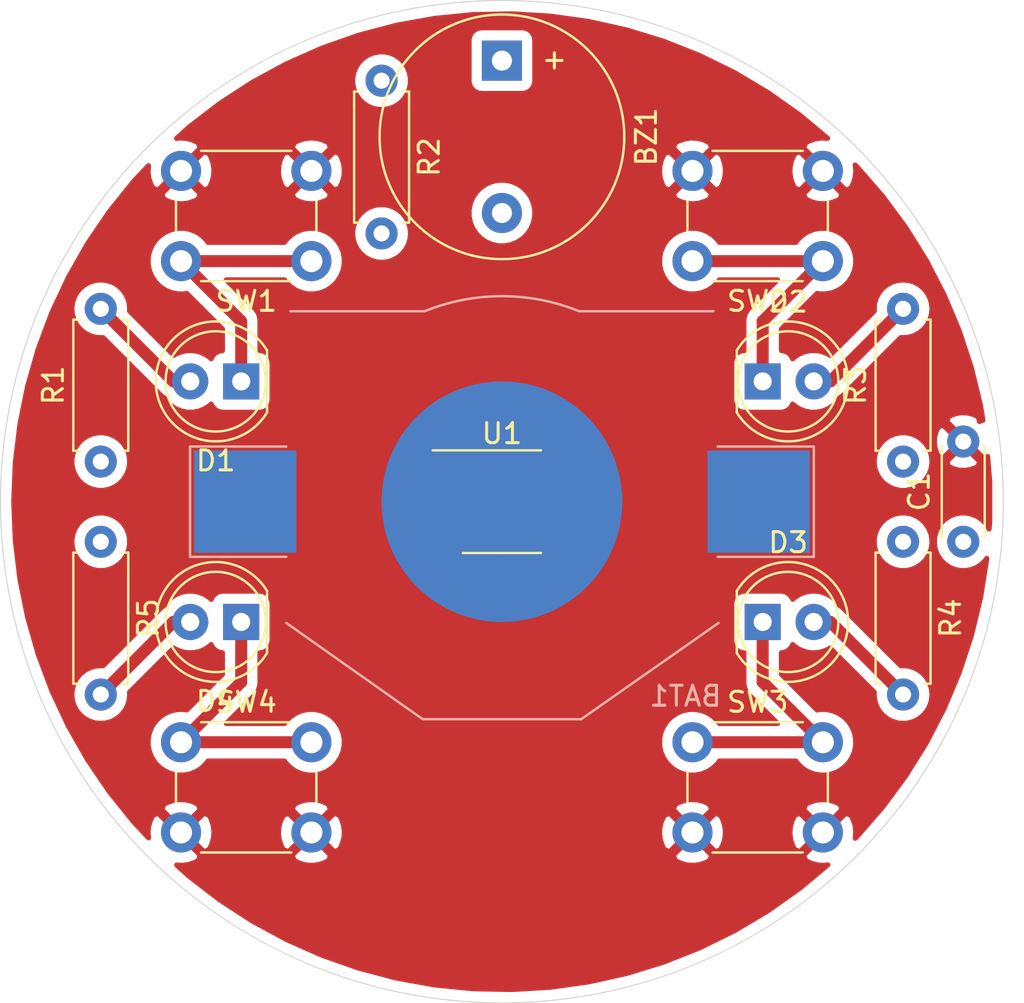
<source format=kicad_pcb>
(kicad_pcb (version 20171130) (host pcbnew "(5.1.4-0)")

  (general
    (thickness 1.6)
    (drawings 1)
    (tracks 20)
    (zones 0)
    (modules 17)
    (nets 13)
  )

  (page A4)
  (layers
    (0 F.Cu signal)
    (31 B.Cu signal)
    (32 B.Adhes user)
    (33 F.Adhes user)
    (34 B.Paste user)
    (35 F.Paste user)
    (36 B.SilkS user)
    (37 F.SilkS user)
    (38 B.Mask user)
    (39 F.Mask user)
    (40 Dwgs.User user)
    (41 Cmts.User user)
    (42 Eco1.User user)
    (43 Eco2.User user)
    (44 Edge.Cuts user)
    (45 Margin user)
    (46 B.CrtYd user)
    (47 F.CrtYd user)
    (48 B.Fab user)
    (49 F.Fab user)
  )

  (setup
    (last_trace_width 0.25)
    (trace_clearance 0.2)
    (zone_clearance 0.508)
    (zone_45_only no)
    (trace_min 0.2)
    (via_size 0.8)
    (via_drill 0.4)
    (via_min_size 0.4)
    (via_min_drill 0.3)
    (uvia_size 0.3)
    (uvia_drill 0.1)
    (uvias_allowed no)
    (uvia_min_size 0.2)
    (uvia_min_drill 0.1)
    (edge_width 0.05)
    (segment_width 0.2)
    (pcb_text_width 0.3)
    (pcb_text_size 1.5 1.5)
    (mod_edge_width 0.12)
    (mod_text_size 1 1)
    (mod_text_width 0.15)
    (pad_size 1.524 1.524)
    (pad_drill 0.762)
    (pad_to_mask_clearance 0.051)
    (solder_mask_min_width 0.25)
    (aux_axis_origin 0 0)
    (visible_elements FFFFFF1F)
    (pcbplotparams
      (layerselection 0x010fc_ffffffff)
      (usegerberextensions false)
      (usegerberattributes false)
      (usegerberadvancedattributes false)
      (creategerberjobfile false)
      (excludeedgelayer true)
      (linewidth 0.100000)
      (plotframeref false)
      (viasonmask false)
      (mode 1)
      (useauxorigin false)
      (hpglpennumber 1)
      (hpglpenspeed 20)
      (hpglpendiameter 15.000000)
      (psnegative false)
      (psa4output false)
      (plotreference true)
      (plotvalue true)
      (plotinvisibletext false)
      (padsonsilk false)
      (subtractmaskfromsilk false)
      (outputformat 1)
      (mirror false)
      (drillshape 1)
      (scaleselection 1)
      (outputdirectory ""))
  )

  (net 0 "")
  (net 1 "Net-(BAT1-Pad1)")
  (net 2 GND)
  (net 3 "Net-(D1-Pad1)")
  (net 4 "Net-(D1-Pad2)")
  (net 5 /BUZZER)
  (net 6 /RESET_UPDI)
  (net 7 "Net-(D2-Pad1)")
  (net 8 "Net-(D2-Pad2)")
  (net 9 "Net-(D3-Pad2)")
  (net 10 "Net-(D3-Pad1)")
  (net 11 "Net-(D4-Pad1)")
  (net 12 "Net-(D4-Pad2)")

  (net_class Default "This is the default net class."
    (clearance 0.2)
    (trace_width 0.25)
    (via_dia 0.8)
    (via_drill 0.4)
    (uvia_dia 0.3)
    (uvia_drill 0.1)
    (add_net /BUZZER)
    (add_net /RESET_UPDI)
    (add_net GND)
    (add_net "Net-(BAT1-Pad1)")
    (add_net "Net-(D1-Pad1)")
    (add_net "Net-(D1-Pad2)")
    (add_net "Net-(D2-Pad1)")
    (add_net "Net-(D2-Pad2)")
    (add_net "Net-(D3-Pad1)")
    (add_net "Net-(D3-Pad2)")
    (add_net "Net-(D4-Pad1)")
    (add_net "Net-(D4-Pad2)")
  )

  (module Package_SO:SOIC-8_3.9x4.9mm_P1.27mm (layer F.Cu) (tedit 5C97300E) (tstamp 5DB92A2A)
    (at 150 93)
    (descr "SOIC, 8 Pin (JEDEC MS-012AA, https://www.analog.com/media/en/package-pcb-resources/package/pkg_pdf/soic_narrow-r/r_8.pdf), generated with kicad-footprint-generator ipc_gullwing_generator.py")
    (tags "SOIC SO")
    (path /5DB8C407)
    (attr smd)
    (fp_text reference U1 (at 0 -3.4) (layer F.SilkS)
      (effects (font (size 1 1) (thickness 0.15)))
    )
    (fp_text value ATtiny402-SS (at 0 3.4) (layer F.Fab)
      (effects (font (size 1 1) (thickness 0.15)))
    )
    (fp_line (start 0 2.56) (end 1.95 2.56) (layer F.SilkS) (width 0.12))
    (fp_line (start 0 2.56) (end -1.95 2.56) (layer F.SilkS) (width 0.12))
    (fp_line (start 0 -2.56) (end 1.95 -2.56) (layer F.SilkS) (width 0.12))
    (fp_line (start 0 -2.56) (end -3.45 -2.56) (layer F.SilkS) (width 0.12))
    (fp_line (start -0.975 -2.45) (end 1.95 -2.45) (layer F.Fab) (width 0.1))
    (fp_line (start 1.95 -2.45) (end 1.95 2.45) (layer F.Fab) (width 0.1))
    (fp_line (start 1.95 2.45) (end -1.95 2.45) (layer F.Fab) (width 0.1))
    (fp_line (start -1.95 2.45) (end -1.95 -1.475) (layer F.Fab) (width 0.1))
    (fp_line (start -1.95 -1.475) (end -0.975 -2.45) (layer F.Fab) (width 0.1))
    (fp_line (start -3.7 -2.7) (end -3.7 2.7) (layer F.CrtYd) (width 0.05))
    (fp_line (start -3.7 2.7) (end 3.7 2.7) (layer F.CrtYd) (width 0.05))
    (fp_line (start 3.7 2.7) (end 3.7 -2.7) (layer F.CrtYd) (width 0.05))
    (fp_line (start 3.7 -2.7) (end -3.7 -2.7) (layer F.CrtYd) (width 0.05))
    (fp_text user %R (at 0 0) (layer F.Fab)
      (effects (font (size 0.98 0.98) (thickness 0.15)))
    )
    (pad 1 smd roundrect (at -2.475 -1.905) (size 1.95 0.6) (layers F.Cu F.Paste F.Mask) (roundrect_rratio 0.25)
      (net 1 "Net-(BAT1-Pad1)"))
    (pad 2 smd roundrect (at -2.475 -0.635) (size 1.95 0.6) (layers F.Cu F.Paste F.Mask) (roundrect_rratio 0.25)
      (net 5 /BUZZER))
    (pad 3 smd roundrect (at -2.475 0.635) (size 1.95 0.6) (layers F.Cu F.Paste F.Mask) (roundrect_rratio 0.25)
      (net 3 "Net-(D1-Pad1)"))
    (pad 4 smd roundrect (at -2.475 1.905) (size 1.95 0.6) (layers F.Cu F.Paste F.Mask) (roundrect_rratio 0.25)
      (net 11 "Net-(D4-Pad1)"))
    (pad 5 smd roundrect (at 2.475 1.905) (size 1.95 0.6) (layers F.Cu F.Paste F.Mask) (roundrect_rratio 0.25)
      (net 10 "Net-(D3-Pad1)"))
    (pad 6 smd roundrect (at 2.475 0.635) (size 1.95 0.6) (layers F.Cu F.Paste F.Mask) (roundrect_rratio 0.25)
      (net 6 /RESET_UPDI))
    (pad 7 smd roundrect (at 2.475 -0.635) (size 1.95 0.6) (layers F.Cu F.Paste F.Mask) (roundrect_rratio 0.25)
      (net 7 "Net-(D2-Pad1)"))
    (pad 8 smd roundrect (at 2.475 -1.905) (size 1.95 0.6) (layers F.Cu F.Paste F.Mask) (roundrect_rratio 0.25)
      (net 2 GND))
    (model ${KISYS3DMOD}/Package_SO.3dshapes/SOIC-8_3.9x4.9mm_P1.27mm.wrl
      (at (xyz 0 0 0))
      (scale (xyz 1 1 1))
      (rotate (xyz 0 0 0))
    )
  )

  (module Battery:BatteryHolder_Keystone_3002_1x2032 (layer B.Cu) (tedit 5CBDF5E8) (tstamp 5DB9297A)
    (at 150 93 180)
    (descr https://www.tme.eu/it/Document/a823211ec201a9e209042d155fe22d2b/KEYS2996.pdf)
    (tags "BR2016 CR2016 DL2016 BR2020 CL2020 BR2025 CR2025 DL2025 DR2032 CR2032 DL2032")
    (path /5DB8D4E9)
    (attr smd)
    (fp_text reference BAT1 (at -9.15 -9.7) (layer B.SilkS)
      (effects (font (size 1 1) (thickness 0.15)) (justify mirror))
    )
    (fp_text value CR2032_V (at 0 11) (layer B.Fab)
      (effects (font (size 1 1) (thickness 0.15)) (justify mirror))
    )
    (fp_text user %R (at -9.15 -9.7) (layer B.Fab)
      (effects (font (size 1 1) (thickness 0.15)) (justify mirror))
    )
    (fp_line (start 15.55 2.75) (end 10.75 2.75) (layer B.SilkS) (width 0.12))
    (fp_line (start 15.55 -2.75) (end 15.55 2.75) (layer B.SilkS) (width 0.12))
    (fp_line (start 10.75 -2.75) (end 15.55 -2.75) (layer B.SilkS) (width 0.12))
    (fp_line (start -15.55 -2.75) (end -10.75 -2.75) (layer B.SilkS) (width 0.12))
    (fp_line (start -15.55 2.75) (end -15.55 -2.75) (layer B.SilkS) (width 0.12))
    (fp_line (start -10.75 2.75) (end -15.55 2.75) (layer B.SilkS) (width 0.12))
    (fp_line (start -15.85 -3.05) (end -15.85 3.05) (layer B.CrtYd) (width 0.05))
    (fp_line (start -11.05 -3.05) (end -15.85 -3.05) (layer B.CrtYd) (width 0.05))
    (fp_line (start -11.05 -6.35) (end -11.05 -3.05) (layer B.CrtYd) (width 0.05))
    (fp_line (start -4.3 -11.1) (end -11.05 -6.35) (layer B.CrtYd) (width 0.05))
    (fp_line (start 4.3 -11.1) (end -4.3 -11.1) (layer B.CrtYd) (width 0.05))
    (fp_line (start 11.05 -6.35) (end 4.3 -11.1) (layer B.CrtYd) (width 0.05))
    (fp_line (start 11.05 -3.05) (end 11.05 -6.35) (layer B.CrtYd) (width 0.05))
    (fp_line (start 15.85 -3.05) (end 11.05 -3.05) (layer B.CrtYd) (width 0.05))
    (fp_line (start 15.85 3.05) (end 15.85 -3.05) (layer B.CrtYd) (width 0.05))
    (fp_line (start 11.05 3.05) (end 15.85 3.05) (layer B.CrtYd) (width 0.05))
    (fp_line (start 11.05 9.8) (end 11.05 3.05) (layer B.CrtYd) (width 0.05))
    (fp_line (start 11.05 9.8) (end 3.9 9.8) (layer B.CrtYd) (width 0.05))
    (fp_arc (start 0 0) (end 3.9 9.8) (angle 43.40107348) (layer B.CrtYd) (width 0.05))
    (fp_line (start -11.05 9.8) (end -3.9 9.8) (layer B.CrtYd) (width 0.05))
    (fp_line (start -11.05 3.05) (end -11.05 9.8) (layer B.CrtYd) (width 0.05))
    (fp_line (start -15.85 3.05) (end -11.05 3.05) (layer B.CrtYd) (width 0.05))
    (fp_line (start 10.55 9.5) (end 3.85 9.5) (layer B.SilkS) (width 0.12))
    (fp_arc (start 0 0) (end 3.85 9.5) (angle 44.1) (layer B.SilkS) (width 0.12))
    (fp_line (start -10.55 9.5) (end -3.85 9.5) (layer B.SilkS) (width 0.12))
    (fp_circle (center 0 0) (end 10 0) (layer Dwgs.User) (width 0.2))
    (fp_line (start 10.55 -5.9) (end 3.8 -10.6) (layer B.Fab) (width 0.1))
    (fp_line (start 3.95 -10.85) (end 10.75 -6.05) (layer B.SilkS) (width 0.12))
    (fp_line (start -3.95 -10.85) (end 3.95 -10.85) (layer B.SilkS) (width 0.12))
    (fp_line (start -10.8 -6.05) (end -3.95 -10.85) (layer B.SilkS) (width 0.12))
    (fp_line (start -10.55 -5.85) (end -3.8 -10.6) (layer B.Fab) (width 0.1))
    (fp_line (start -10.55 2.55) (end -10.55 9.3) (layer B.Fab) (width 0.1))
    (fp_line (start 10.55 9.3) (end -10.55 9.3) (layer B.Fab) (width 0.1))
    (fp_line (start 10.55 2.55) (end 10.55 9.3) (layer B.Fab) (width 0.1))
    (fp_line (start 15.35 2.55) (end 10.55 2.55) (layer B.Fab) (width 0.1))
    (fp_line (start 15.35 -2.55) (end 15.35 2.55) (layer B.Fab) (width 0.1))
    (fp_line (start 10.55 -2.55) (end 15.35 -2.55) (layer B.Fab) (width 0.1))
    (fp_line (start -3.8 -10.6) (end 3.8 -10.6) (layer B.Fab) (width 0.1))
    (fp_line (start 10.55 -2.55) (end 10.55 -5.9) (layer B.Fab) (width 0.1))
    (fp_line (start -10.55 -2.55) (end -10.55 -5.85) (layer B.Fab) (width 0.1))
    (fp_line (start -15.35 2.55) (end -10.55 2.55) (layer B.Fab) (width 0.1))
    (fp_line (start -15.35 -2.55) (end -10.55 -2.55) (layer B.Fab) (width 0.1))
    (fp_line (start -15.35 2.55) (end -15.35 -2.55) (layer B.Fab) (width 0.1))
    (pad 1 smd rect (at 12.8 0 180) (size 5.1 5.1) (layers B.Cu B.Paste B.Mask)
      (net 1 "Net-(BAT1-Pad1)"))
    (pad 1 smd rect (at -12.8 0 180) (size 5.1 5.1) (layers B.Cu B.Paste B.Mask)
      (net 1 "Net-(BAT1-Pad1)"))
    (pad 2 smd circle (at 0 0 180) (size 12 12) (layers B.Cu B.Mask)
      (net 2 GND))
    (model ${KISYS3DMOD}/Battery.3dshapes/BatteryHolder_Keystone_3002_1x2032.wrl
      (at (xyz 0 0 0))
      (scale (xyz 1 1 1))
      (rotate (xyz 0 0 0))
    )
  )

  (module Capacitor_THT:C_Disc_D4.3mm_W1.9mm_P5.00mm (layer F.Cu) (tedit 5AE50EF0) (tstamp 5DBBA2A0)
    (at 173 95 90)
    (descr "C, Disc series, Radial, pin pitch=5.00mm, , diameter*width=4.3*1.9mm^2, Capacitor, http://www.vishay.com/docs/45233/krseries.pdf")
    (tags "C Disc series Radial pin pitch 5.00mm  diameter 4.3mm width 1.9mm Capacitor")
    (path /5DB8F71C)
    (fp_text reference C1 (at 2.5 -2.2 90) (layer F.SilkS)
      (effects (font (size 1 1) (thickness 0.15)))
    )
    (fp_text value 0.1uF (at 2.5 2.2 90) (layer F.Fab)
      (effects (font (size 1 1) (thickness 0.15)))
    )
    (fp_line (start 0.35 -0.95) (end 0.35 0.95) (layer F.Fab) (width 0.1))
    (fp_line (start 0.35 0.95) (end 4.65 0.95) (layer F.Fab) (width 0.1))
    (fp_line (start 4.65 0.95) (end 4.65 -0.95) (layer F.Fab) (width 0.1))
    (fp_line (start 4.65 -0.95) (end 0.35 -0.95) (layer F.Fab) (width 0.1))
    (fp_line (start 0.23 -1.07) (end 4.77 -1.07) (layer F.SilkS) (width 0.12))
    (fp_line (start 0.23 1.07) (end 4.77 1.07) (layer F.SilkS) (width 0.12))
    (fp_line (start 0.23 -1.07) (end 0.23 -1.055) (layer F.SilkS) (width 0.12))
    (fp_line (start 0.23 1.055) (end 0.23 1.07) (layer F.SilkS) (width 0.12))
    (fp_line (start 4.77 -1.07) (end 4.77 -1.055) (layer F.SilkS) (width 0.12))
    (fp_line (start 4.77 1.055) (end 4.77 1.07) (layer F.SilkS) (width 0.12))
    (fp_line (start -1.05 -1.2) (end -1.05 1.2) (layer F.CrtYd) (width 0.05))
    (fp_line (start -1.05 1.2) (end 6.05 1.2) (layer F.CrtYd) (width 0.05))
    (fp_line (start 6.05 1.2) (end 6.05 -1.2) (layer F.CrtYd) (width 0.05))
    (fp_line (start 6.05 -1.2) (end -1.05 -1.2) (layer F.CrtYd) (width 0.05))
    (fp_text user %R (at 2.5 0 90) (layer F.Fab)
      (effects (font (size 0.86 0.86) (thickness 0.129)))
    )
    (pad 1 thru_hole circle (at 0 0 90) (size 1.6 1.6) (drill 0.8) (layers *.Cu *.Mask)
      (net 1 "Net-(BAT1-Pad1)"))
    (pad 2 thru_hole circle (at 5 0 90) (size 1.6 1.6) (drill 0.8) (layers *.Cu *.Mask)
      (net 2 GND))
    (model ${KISYS3DMOD}/Capacitor_THT.3dshapes/C_Disc_D4.3mm_W1.9mm_P5.00mm.wrl
      (at (xyz 0 0 0))
      (scale (xyz 1 1 1))
      (rotate (xyz 0 0 0))
    )
  )

  (module LED_THT:LED_D5.0mm (layer F.Cu) (tedit 5995936A) (tstamp 5DB9B12E)
    (at 137 87 180)
    (descr "LED, diameter 5.0mm, 2 pins, http://cdn-reichelt.de/documents/datenblatt/A500/LL-504BC2E-009.pdf")
    (tags "LED diameter 5.0mm 2 pins")
    (path /5DB9238E)
    (fp_text reference D1 (at 1.27 -3.96) (layer F.SilkS)
      (effects (font (size 1 1) (thickness 0.15)))
    )
    (fp_text value LED_Small (at 1.27 3.96) (layer F.Fab)
      (effects (font (size 1 1) (thickness 0.15)))
    )
    (fp_arc (start 1.27 0) (end -1.23 -1.469694) (angle 299.1) (layer F.Fab) (width 0.1))
    (fp_arc (start 1.27 0) (end -1.29 -1.54483) (angle 148.9) (layer F.SilkS) (width 0.12))
    (fp_arc (start 1.27 0) (end -1.29 1.54483) (angle -148.9) (layer F.SilkS) (width 0.12))
    (fp_circle (center 1.27 0) (end 3.77 0) (layer F.Fab) (width 0.1))
    (fp_circle (center 1.27 0) (end 3.77 0) (layer F.SilkS) (width 0.12))
    (fp_line (start -1.23 -1.469694) (end -1.23 1.469694) (layer F.Fab) (width 0.1))
    (fp_line (start -1.29 -1.545) (end -1.29 1.545) (layer F.SilkS) (width 0.12))
    (fp_line (start -1.95 -3.25) (end -1.95 3.25) (layer F.CrtYd) (width 0.05))
    (fp_line (start -1.95 3.25) (end 4.5 3.25) (layer F.CrtYd) (width 0.05))
    (fp_line (start 4.5 3.25) (end 4.5 -3.25) (layer F.CrtYd) (width 0.05))
    (fp_line (start 4.5 -3.25) (end -1.95 -3.25) (layer F.CrtYd) (width 0.05))
    (fp_text user %R (at 1.25 0) (layer F.Fab)
      (effects (font (size 0.8 0.8) (thickness 0.2)))
    )
    (pad 1 thru_hole rect (at 0 0 180) (size 1.8 1.8) (drill 0.9) (layers *.Cu *.Mask)
      (net 3 "Net-(D1-Pad1)"))
    (pad 2 thru_hole circle (at 2.54 0 180) (size 1.8 1.8) (drill 0.9) (layers *.Cu *.Mask)
      (net 4 "Net-(D1-Pad2)"))
    (model ${KISYS3DMOD}/LED_THT.3dshapes/LED_D5.0mm.wrl
      (at (xyz 0 0 0))
      (scale (xyz 1 1 1))
      (rotate (xyz 0 0 0))
    )
  )

  (module Resistor_THT:R_Axial_DIN0207_L6.3mm_D2.5mm_P7.62mm_Horizontal (layer F.Cu) (tedit 5AE5139B) (tstamp 5DB9A11F)
    (at 130 91 90)
    (descr "Resistor, Axial_DIN0207 series, Axial, Horizontal, pin pitch=7.62mm, 0.25W = 1/4W, length*diameter=6.3*2.5mm^2, http://cdn-reichelt.de/documents/datenblatt/B400/1_4W%23YAG.pdf")
    (tags "Resistor Axial_DIN0207 series Axial Horizontal pin pitch 7.62mm 0.25W = 1/4W length 6.3mm diameter 2.5mm")
    (path /5DB91BF5)
    (fp_text reference R1 (at 3.81 -2.37 90) (layer F.SilkS)
      (effects (font (size 1 1) (thickness 0.15)))
    )
    (fp_text value 220 (at 3.81 2.37 90) (layer F.Fab)
      (effects (font (size 1 1) (thickness 0.15)))
    )
    (fp_line (start 0.66 -1.25) (end 0.66 1.25) (layer F.Fab) (width 0.1))
    (fp_line (start 0.66 1.25) (end 6.96 1.25) (layer F.Fab) (width 0.1))
    (fp_line (start 6.96 1.25) (end 6.96 -1.25) (layer F.Fab) (width 0.1))
    (fp_line (start 6.96 -1.25) (end 0.66 -1.25) (layer F.Fab) (width 0.1))
    (fp_line (start 0 0) (end 0.66 0) (layer F.Fab) (width 0.1))
    (fp_line (start 7.62 0) (end 6.96 0) (layer F.Fab) (width 0.1))
    (fp_line (start 0.54 -1.04) (end 0.54 -1.37) (layer F.SilkS) (width 0.12))
    (fp_line (start 0.54 -1.37) (end 7.08 -1.37) (layer F.SilkS) (width 0.12))
    (fp_line (start 7.08 -1.37) (end 7.08 -1.04) (layer F.SilkS) (width 0.12))
    (fp_line (start 0.54 1.04) (end 0.54 1.37) (layer F.SilkS) (width 0.12))
    (fp_line (start 0.54 1.37) (end 7.08 1.37) (layer F.SilkS) (width 0.12))
    (fp_line (start 7.08 1.37) (end 7.08 1.04) (layer F.SilkS) (width 0.12))
    (fp_line (start -1.05 -1.5) (end -1.05 1.5) (layer F.CrtYd) (width 0.05))
    (fp_line (start -1.05 1.5) (end 8.67 1.5) (layer F.CrtYd) (width 0.05))
    (fp_line (start 8.67 1.5) (end 8.67 -1.5) (layer F.CrtYd) (width 0.05))
    (fp_line (start 8.67 -1.5) (end -1.05 -1.5) (layer F.CrtYd) (width 0.05))
    (fp_text user %R (at 3.81 0 90) (layer F.Fab)
      (effects (font (size 1 1) (thickness 0.15)))
    )
    (pad 1 thru_hole circle (at 0 0 90) (size 1.6 1.6) (drill 0.8) (layers *.Cu *.Mask)
      (net 1 "Net-(BAT1-Pad1)"))
    (pad 2 thru_hole oval (at 7.62 0 90) (size 1.6 1.6) (drill 0.8) (layers *.Cu *.Mask)
      (net 4 "Net-(D1-Pad2)"))
    (model ${KISYS3DMOD}/Resistor_THT.3dshapes/R_Axial_DIN0207_L6.3mm_D2.5mm_P7.62mm_Horizontal.wrl
      (at (xyz 0 0 0))
      (scale (xyz 1 1 1))
      (rotate (xyz 0 0 0))
    )
  )

  (module Button_Switch_THT:SW_PUSH_6mm (layer F.Cu) (tedit 5A02FE31) (tstamp 5DB9A13E)
    (at 140.5 81 180)
    (descr https://www.omron.com/ecb/products/pdf/en-b3f.pdf)
    (tags "tact sw push 6mm")
    (path /5DB94A81)
    (fp_text reference SW1 (at 3.25 -2) (layer F.SilkS)
      (effects (font (size 1 1) (thickness 0.15)))
    )
    (fp_text value SW_Push (at 3.75 6.7) (layer F.Fab)
      (effects (font (size 1 1) (thickness 0.15)))
    )
    (fp_text user %R (at 3.25 2.25) (layer F.Fab)
      (effects (font (size 1 1) (thickness 0.15)))
    )
    (fp_line (start 3.25 -0.75) (end 6.25 -0.75) (layer F.Fab) (width 0.1))
    (fp_line (start 6.25 -0.75) (end 6.25 5.25) (layer F.Fab) (width 0.1))
    (fp_line (start 6.25 5.25) (end 0.25 5.25) (layer F.Fab) (width 0.1))
    (fp_line (start 0.25 5.25) (end 0.25 -0.75) (layer F.Fab) (width 0.1))
    (fp_line (start 0.25 -0.75) (end 3.25 -0.75) (layer F.Fab) (width 0.1))
    (fp_line (start 7.75 6) (end 8 6) (layer F.CrtYd) (width 0.05))
    (fp_line (start 8 6) (end 8 5.75) (layer F.CrtYd) (width 0.05))
    (fp_line (start 7.75 -1.5) (end 8 -1.5) (layer F.CrtYd) (width 0.05))
    (fp_line (start 8 -1.5) (end 8 -1.25) (layer F.CrtYd) (width 0.05))
    (fp_line (start -1.5 -1.25) (end -1.5 -1.5) (layer F.CrtYd) (width 0.05))
    (fp_line (start -1.5 -1.5) (end -1.25 -1.5) (layer F.CrtYd) (width 0.05))
    (fp_line (start -1.5 5.75) (end -1.5 6) (layer F.CrtYd) (width 0.05))
    (fp_line (start -1.5 6) (end -1.25 6) (layer F.CrtYd) (width 0.05))
    (fp_line (start -1.25 -1.5) (end 7.75 -1.5) (layer F.CrtYd) (width 0.05))
    (fp_line (start -1.5 5.75) (end -1.5 -1.25) (layer F.CrtYd) (width 0.05))
    (fp_line (start 7.75 6) (end -1.25 6) (layer F.CrtYd) (width 0.05))
    (fp_line (start 8 -1.25) (end 8 5.75) (layer F.CrtYd) (width 0.05))
    (fp_line (start 1 5.5) (end 5.5 5.5) (layer F.SilkS) (width 0.12))
    (fp_line (start -0.25 1.5) (end -0.25 3) (layer F.SilkS) (width 0.12))
    (fp_line (start 5.5 -1) (end 1 -1) (layer F.SilkS) (width 0.12))
    (fp_line (start 6.75 3) (end 6.75 1.5) (layer F.SilkS) (width 0.12))
    (fp_circle (center 3.25 2.25) (end 1.25 2.5) (layer F.Fab) (width 0.1))
    (pad 2 thru_hole circle (at 0 4.5 270) (size 2 2) (drill 1.1) (layers *.Cu *.Mask)
      (net 2 GND))
    (pad 1 thru_hole circle (at 0 0 270) (size 2 2) (drill 1.1) (layers *.Cu *.Mask)
      (net 3 "Net-(D1-Pad1)"))
    (pad 2 thru_hole circle (at 6.5 4.5 270) (size 2 2) (drill 1.1) (layers *.Cu *.Mask)
      (net 2 GND))
    (pad 1 thru_hole circle (at 6.5 0 270) (size 2 2) (drill 1.1) (layers *.Cu *.Mask)
      (net 3 "Net-(D1-Pad1)"))
    (model ${KISYS3DMOD}/Button_Switch_THT.3dshapes/SW_PUSH_6mm.wrl
      (at (xyz 0 0 0))
      (scale (xyz 1 1 1))
      (rotate (xyz 0 0 0))
    )
  )

  (module Buzzer_Beeper:Buzzer_12x9.5RM7.6 (layer F.Cu) (tedit 5A030281) (tstamp 5DBBA6D7)
    (at 150 71 270)
    (descr "Generic Buzzer, D12mm height 9.5mm with RM7.6mm")
    (tags buzzer)
    (path /5DBA5E58)
    (fp_text reference BZ1 (at 3.8 -7.2 90) (layer F.SilkS)
      (effects (font (size 1 1) (thickness 0.15)))
    )
    (fp_text value Buzzer (at 3.8 7.4 90) (layer F.Fab)
      (effects (font (size 1 1) (thickness 0.15)))
    )
    (fp_text user + (at -0.01 -2.54 90) (layer F.Fab)
      (effects (font (size 1 1) (thickness 0.15)))
    )
    (fp_text user + (at -0.01 -2.54 90) (layer F.SilkS)
      (effects (font (size 1 1) (thickness 0.15)))
    )
    (fp_text user %R (at 3.8 -4 90) (layer F.Fab)
      (effects (font (size 1 1) (thickness 0.15)))
    )
    (fp_circle (center 3.8 0) (end 10.05 0) (layer F.CrtYd) (width 0.05))
    (fp_circle (center 3.8 0) (end 9.8 0) (layer F.Fab) (width 0.1))
    (fp_circle (center 3.8 0) (end 4.8 0) (layer F.Fab) (width 0.1))
    (fp_circle (center 3.8 0) (end 9.9 0) (layer F.SilkS) (width 0.12))
    (pad 1 thru_hole rect (at 0 0 270) (size 2 2) (drill 1) (layers *.Cu *.Mask)
      (net 1 "Net-(BAT1-Pad1)"))
    (pad 2 thru_hole circle (at 7.6 0 270) (size 2 2) (drill 1) (layers *.Cu *.Mask)
      (net 5 /BUZZER))
    (model ${KISYS3DMOD}/Buzzer_Beeper.3dshapes/Buzzer_12x9.5RM7.6.wrl
      (at (xyz 0 0 0))
      (scale (xyz 1 1 1))
      (rotate (xyz 0 0 0))
    )
  )

  (module LED_THT:LED_D5.0mm (layer F.Cu) (tedit 5995936A) (tstamp 5DB9A610)
    (at 163 87)
    (descr "LED, diameter 5.0mm, 2 pins, http://cdn-reichelt.de/documents/datenblatt/A500/LL-504BC2E-009.pdf")
    (tags "LED diameter 5.0mm 2 pins")
    (path /5DB9A88A)
    (fp_text reference D2 (at 1.27 -3.96) (layer F.SilkS)
      (effects (font (size 1 1) (thickness 0.15)))
    )
    (fp_text value LED_Small (at 1.27 3.96) (layer F.Fab)
      (effects (font (size 1 1) (thickness 0.15)))
    )
    (fp_arc (start 1.27 0) (end -1.23 -1.469694) (angle 299.1) (layer F.Fab) (width 0.1))
    (fp_arc (start 1.27 0) (end -1.29 -1.54483) (angle 148.9) (layer F.SilkS) (width 0.12))
    (fp_arc (start 1.27 0) (end -1.29 1.54483) (angle -148.9) (layer F.SilkS) (width 0.12))
    (fp_circle (center 1.27 0) (end 3.77 0) (layer F.Fab) (width 0.1))
    (fp_circle (center 1.27 0) (end 3.77 0) (layer F.SilkS) (width 0.12))
    (fp_line (start -1.23 -1.469694) (end -1.23 1.469694) (layer F.Fab) (width 0.1))
    (fp_line (start -1.29 -1.545) (end -1.29 1.545) (layer F.SilkS) (width 0.12))
    (fp_line (start -1.95 -3.25) (end -1.95 3.25) (layer F.CrtYd) (width 0.05))
    (fp_line (start -1.95 3.25) (end 4.5 3.25) (layer F.CrtYd) (width 0.05))
    (fp_line (start 4.5 3.25) (end 4.5 -3.25) (layer F.CrtYd) (width 0.05))
    (fp_line (start 4.5 -3.25) (end -1.95 -3.25) (layer F.CrtYd) (width 0.05))
    (fp_text user %R (at 1.25 0) (layer F.Fab)
      (effects (font (size 0.8 0.8) (thickness 0.2)))
    )
    (pad 1 thru_hole rect (at 0 0) (size 1.8 1.8) (drill 0.9) (layers *.Cu *.Mask)
      (net 7 "Net-(D2-Pad1)"))
    (pad 2 thru_hole circle (at 2.54 0) (size 1.8 1.8) (drill 0.9) (layers *.Cu *.Mask)
      (net 8 "Net-(D2-Pad2)"))
    (model ${KISYS3DMOD}/LED_THT.3dshapes/LED_D5.0mm.wrl
      (at (xyz 0 0 0))
      (scale (xyz 1 1 1))
      (rotate (xyz 0 0 0))
    )
  )

  (module LED_THT:LED_D5.0mm (layer F.Cu) (tedit 5995936A) (tstamp 5DB9A622)
    (at 163 99)
    (descr "LED, diameter 5.0mm, 2 pins, http://cdn-reichelt.de/documents/datenblatt/A500/LL-504BC2E-009.pdf")
    (tags "LED diameter 5.0mm 2 pins")
    (path /5DBA05CC)
    (fp_text reference D3 (at 1.27 -3.96) (layer F.SilkS)
      (effects (font (size 1 1) (thickness 0.15)))
    )
    (fp_text value LED_Small (at 1.27 3.96) (layer F.Fab)
      (effects (font (size 1 1) (thickness 0.15)))
    )
    (fp_text user %R (at 1.25 0) (layer F.Fab)
      (effects (font (size 0.8 0.8) (thickness 0.2)))
    )
    (fp_line (start 4.5 -3.25) (end -1.95 -3.25) (layer F.CrtYd) (width 0.05))
    (fp_line (start 4.5 3.25) (end 4.5 -3.25) (layer F.CrtYd) (width 0.05))
    (fp_line (start -1.95 3.25) (end 4.5 3.25) (layer F.CrtYd) (width 0.05))
    (fp_line (start -1.95 -3.25) (end -1.95 3.25) (layer F.CrtYd) (width 0.05))
    (fp_line (start -1.29 -1.545) (end -1.29 1.545) (layer F.SilkS) (width 0.12))
    (fp_line (start -1.23 -1.469694) (end -1.23 1.469694) (layer F.Fab) (width 0.1))
    (fp_circle (center 1.27 0) (end 3.77 0) (layer F.SilkS) (width 0.12))
    (fp_circle (center 1.27 0) (end 3.77 0) (layer F.Fab) (width 0.1))
    (fp_arc (start 1.27 0) (end -1.29 1.54483) (angle -148.9) (layer F.SilkS) (width 0.12))
    (fp_arc (start 1.27 0) (end -1.29 -1.54483) (angle 148.9) (layer F.SilkS) (width 0.12))
    (fp_arc (start 1.27 0) (end -1.23 -1.469694) (angle 299.1) (layer F.Fab) (width 0.1))
    (pad 2 thru_hole circle (at 2.54 0) (size 1.8 1.8) (drill 0.9) (layers *.Cu *.Mask)
      (net 9 "Net-(D3-Pad2)"))
    (pad 1 thru_hole rect (at 0 0) (size 1.8 1.8) (drill 0.9) (layers *.Cu *.Mask)
      (net 10 "Net-(D3-Pad1)"))
    (model ${KISYS3DMOD}/LED_THT.3dshapes/LED_D5.0mm.wrl
      (at (xyz 0 0 0))
      (scale (xyz 1 1 1))
      (rotate (xyz 0 0 0))
    )
  )

  (module LED_THT:LED_D5.0mm (layer F.Cu) (tedit 5995936A) (tstamp 5DB9B1A6)
    (at 137 99 180)
    (descr "LED, diameter 5.0mm, 2 pins, http://cdn-reichelt.de/documents/datenblatt/A500/LL-504BC2E-009.pdf")
    (tags "LED diameter 5.0mm 2 pins")
    (path /5DBA18F9)
    (fp_text reference D4 (at 1.27 -3.96) (layer F.SilkS)
      (effects (font (size 1 1) (thickness 0.15)))
    )
    (fp_text value LED_Small (at 1.27 3.96) (layer F.Fab)
      (effects (font (size 1 1) (thickness 0.15)))
    )
    (fp_arc (start 1.27 0) (end -1.23 -1.469694) (angle 299.1) (layer F.Fab) (width 0.1))
    (fp_arc (start 1.27 0) (end -1.29 -1.54483) (angle 148.9) (layer F.SilkS) (width 0.12))
    (fp_arc (start 1.27 0) (end -1.29 1.54483) (angle -148.9) (layer F.SilkS) (width 0.12))
    (fp_circle (center 1.27 0) (end 3.77 0) (layer F.Fab) (width 0.1))
    (fp_circle (center 1.27 0) (end 3.77 0) (layer F.SilkS) (width 0.12))
    (fp_line (start -1.23 -1.469694) (end -1.23 1.469694) (layer F.Fab) (width 0.1))
    (fp_line (start -1.29 -1.545) (end -1.29 1.545) (layer F.SilkS) (width 0.12))
    (fp_line (start -1.95 -3.25) (end -1.95 3.25) (layer F.CrtYd) (width 0.05))
    (fp_line (start -1.95 3.25) (end 4.5 3.25) (layer F.CrtYd) (width 0.05))
    (fp_line (start 4.5 3.25) (end 4.5 -3.25) (layer F.CrtYd) (width 0.05))
    (fp_line (start 4.5 -3.25) (end -1.95 -3.25) (layer F.CrtYd) (width 0.05))
    (fp_text user %R (at 1.25 0) (layer F.Fab)
      (effects (font (size 0.8 0.8) (thickness 0.2)))
    )
    (pad 1 thru_hole rect (at 0 0 180) (size 1.8 1.8) (drill 0.9) (layers *.Cu *.Mask)
      (net 11 "Net-(D4-Pad1)"))
    (pad 2 thru_hole circle (at 2.54 0 180) (size 1.8 1.8) (drill 0.9) (layers *.Cu *.Mask)
      (net 12 "Net-(D4-Pad2)"))
    (model ${KISYS3DMOD}/LED_THT.3dshapes/LED_D5.0mm.wrl
      (at (xyz 0 0 0))
      (scale (xyz 1 1 1))
      (rotate (xyz 0 0 0))
    )
  )

  (module Resistor_THT:R_Axial_DIN0207_L6.3mm_D2.5mm_P7.62mm_Horizontal (layer F.Cu) (tedit 5AE5139B) (tstamp 5DBBA82F)
    (at 144 72 270)
    (descr "Resistor, Axial_DIN0207 series, Axial, Horizontal, pin pitch=7.62mm, 0.25W = 1/4W, length*diameter=6.3*2.5mm^2, http://cdn-reichelt.de/documents/datenblatt/B400/1_4W%23YAG.pdf")
    (tags "Resistor Axial_DIN0207 series Axial Horizontal pin pitch 7.62mm 0.25W = 1/4W length 6.3mm diameter 2.5mm")
    (path /5DBA6DD5)
    (fp_text reference R2 (at 3.81 -2.37 90) (layer F.SilkS)
      (effects (font (size 1 1) (thickness 0.15)))
    )
    (fp_text value 10k (at 3.81 2.37 90) (layer F.Fab)
      (effects (font (size 1 1) (thickness 0.15)))
    )
    (fp_text user %R (at 3.81 0 90) (layer F.Fab)
      (effects (font (size 1 1) (thickness 0.15)))
    )
    (fp_line (start 8.67 -1.5) (end -1.05 -1.5) (layer F.CrtYd) (width 0.05))
    (fp_line (start 8.67 1.5) (end 8.67 -1.5) (layer F.CrtYd) (width 0.05))
    (fp_line (start -1.05 1.5) (end 8.67 1.5) (layer F.CrtYd) (width 0.05))
    (fp_line (start -1.05 -1.5) (end -1.05 1.5) (layer F.CrtYd) (width 0.05))
    (fp_line (start 7.08 1.37) (end 7.08 1.04) (layer F.SilkS) (width 0.12))
    (fp_line (start 0.54 1.37) (end 7.08 1.37) (layer F.SilkS) (width 0.12))
    (fp_line (start 0.54 1.04) (end 0.54 1.37) (layer F.SilkS) (width 0.12))
    (fp_line (start 7.08 -1.37) (end 7.08 -1.04) (layer F.SilkS) (width 0.12))
    (fp_line (start 0.54 -1.37) (end 7.08 -1.37) (layer F.SilkS) (width 0.12))
    (fp_line (start 0.54 -1.04) (end 0.54 -1.37) (layer F.SilkS) (width 0.12))
    (fp_line (start 7.62 0) (end 6.96 0) (layer F.Fab) (width 0.1))
    (fp_line (start 0 0) (end 0.66 0) (layer F.Fab) (width 0.1))
    (fp_line (start 6.96 -1.25) (end 0.66 -1.25) (layer F.Fab) (width 0.1))
    (fp_line (start 6.96 1.25) (end 6.96 -1.25) (layer F.Fab) (width 0.1))
    (fp_line (start 0.66 1.25) (end 6.96 1.25) (layer F.Fab) (width 0.1))
    (fp_line (start 0.66 -1.25) (end 0.66 1.25) (layer F.Fab) (width 0.1))
    (pad 2 thru_hole oval (at 7.62 0 270) (size 1.6 1.6) (drill 0.8) (layers *.Cu *.Mask)
      (net 5 /BUZZER))
    (pad 1 thru_hole circle (at 0 0 270) (size 1.6 1.6) (drill 0.8) (layers *.Cu *.Mask)
      (net 1 "Net-(BAT1-Pad1)"))
    (model ${KISYS3DMOD}/Resistor_THT.3dshapes/R_Axial_DIN0207_L6.3mm_D2.5mm_P7.62mm_Horizontal.wrl
      (at (xyz 0 0 0))
      (scale (xyz 1 1 1))
      (rotate (xyz 0 0 0))
    )
  )

  (module Resistor_THT:R_Axial_DIN0207_L6.3mm_D2.5mm_P7.62mm_Horizontal (layer F.Cu) (tedit 5AE5139B) (tstamp 5DB9A662)
    (at 170 91 90)
    (descr "Resistor, Axial_DIN0207 series, Axial, Horizontal, pin pitch=7.62mm, 0.25W = 1/4W, length*diameter=6.3*2.5mm^2, http://cdn-reichelt.de/documents/datenblatt/B400/1_4W%23YAG.pdf")
    (tags "Resistor Axial_DIN0207 series Axial Horizontal pin pitch 7.62mm 0.25W = 1/4W length 6.3mm diameter 2.5mm")
    (path /5DB9A880)
    (fp_text reference R3 (at 3.81 -2.37 90) (layer F.SilkS)
      (effects (font (size 1 1) (thickness 0.15)))
    )
    (fp_text value 220 (at 3.81 2.37 90) (layer F.Fab)
      (effects (font (size 1 1) (thickness 0.15)))
    )
    (fp_line (start 0.66 -1.25) (end 0.66 1.25) (layer F.Fab) (width 0.1))
    (fp_line (start 0.66 1.25) (end 6.96 1.25) (layer F.Fab) (width 0.1))
    (fp_line (start 6.96 1.25) (end 6.96 -1.25) (layer F.Fab) (width 0.1))
    (fp_line (start 6.96 -1.25) (end 0.66 -1.25) (layer F.Fab) (width 0.1))
    (fp_line (start 0 0) (end 0.66 0) (layer F.Fab) (width 0.1))
    (fp_line (start 7.62 0) (end 6.96 0) (layer F.Fab) (width 0.1))
    (fp_line (start 0.54 -1.04) (end 0.54 -1.37) (layer F.SilkS) (width 0.12))
    (fp_line (start 0.54 -1.37) (end 7.08 -1.37) (layer F.SilkS) (width 0.12))
    (fp_line (start 7.08 -1.37) (end 7.08 -1.04) (layer F.SilkS) (width 0.12))
    (fp_line (start 0.54 1.04) (end 0.54 1.37) (layer F.SilkS) (width 0.12))
    (fp_line (start 0.54 1.37) (end 7.08 1.37) (layer F.SilkS) (width 0.12))
    (fp_line (start 7.08 1.37) (end 7.08 1.04) (layer F.SilkS) (width 0.12))
    (fp_line (start -1.05 -1.5) (end -1.05 1.5) (layer F.CrtYd) (width 0.05))
    (fp_line (start -1.05 1.5) (end 8.67 1.5) (layer F.CrtYd) (width 0.05))
    (fp_line (start 8.67 1.5) (end 8.67 -1.5) (layer F.CrtYd) (width 0.05))
    (fp_line (start 8.67 -1.5) (end -1.05 -1.5) (layer F.CrtYd) (width 0.05))
    (fp_text user %R (at 3.81 0 90) (layer F.Fab)
      (effects (font (size 1 1) (thickness 0.15)))
    )
    (pad 1 thru_hole circle (at 0 0 90) (size 1.6 1.6) (drill 0.8) (layers *.Cu *.Mask)
      (net 1 "Net-(BAT1-Pad1)"))
    (pad 2 thru_hole oval (at 7.62 0 90) (size 1.6 1.6) (drill 0.8) (layers *.Cu *.Mask)
      (net 8 "Net-(D2-Pad2)"))
    (model ${KISYS3DMOD}/Resistor_THT.3dshapes/R_Axial_DIN0207_L6.3mm_D2.5mm_P7.62mm_Horizontal.wrl
      (at (xyz 0 0 0))
      (scale (xyz 1 1 1))
      (rotate (xyz 0 0 0))
    )
  )

  (module Resistor_THT:R_Axial_DIN0207_L6.3mm_D2.5mm_P7.62mm_Horizontal (layer F.Cu) (tedit 5AE5139B) (tstamp 5DB9A679)
    (at 170 95 270)
    (descr "Resistor, Axial_DIN0207 series, Axial, Horizontal, pin pitch=7.62mm, 0.25W = 1/4W, length*diameter=6.3*2.5mm^2, http://cdn-reichelt.de/documents/datenblatt/B400/1_4W%23YAG.pdf")
    (tags "Resistor Axial_DIN0207 series Axial Horizontal pin pitch 7.62mm 0.25W = 1/4W length 6.3mm diameter 2.5mm")
    (path /5DBA05C6)
    (fp_text reference R4 (at 3.81 -2.37 90) (layer F.SilkS)
      (effects (font (size 1 1) (thickness 0.15)))
    )
    (fp_text value 220 (at 3.81 2.37 90) (layer F.Fab)
      (effects (font (size 1 1) (thickness 0.15)))
    )
    (fp_text user %R (at 3.81 0 90) (layer F.Fab)
      (effects (font (size 1 1) (thickness 0.15)))
    )
    (fp_line (start 8.67 -1.5) (end -1.05 -1.5) (layer F.CrtYd) (width 0.05))
    (fp_line (start 8.67 1.5) (end 8.67 -1.5) (layer F.CrtYd) (width 0.05))
    (fp_line (start -1.05 1.5) (end 8.67 1.5) (layer F.CrtYd) (width 0.05))
    (fp_line (start -1.05 -1.5) (end -1.05 1.5) (layer F.CrtYd) (width 0.05))
    (fp_line (start 7.08 1.37) (end 7.08 1.04) (layer F.SilkS) (width 0.12))
    (fp_line (start 0.54 1.37) (end 7.08 1.37) (layer F.SilkS) (width 0.12))
    (fp_line (start 0.54 1.04) (end 0.54 1.37) (layer F.SilkS) (width 0.12))
    (fp_line (start 7.08 -1.37) (end 7.08 -1.04) (layer F.SilkS) (width 0.12))
    (fp_line (start 0.54 -1.37) (end 7.08 -1.37) (layer F.SilkS) (width 0.12))
    (fp_line (start 0.54 -1.04) (end 0.54 -1.37) (layer F.SilkS) (width 0.12))
    (fp_line (start 7.62 0) (end 6.96 0) (layer F.Fab) (width 0.1))
    (fp_line (start 0 0) (end 0.66 0) (layer F.Fab) (width 0.1))
    (fp_line (start 6.96 -1.25) (end 0.66 -1.25) (layer F.Fab) (width 0.1))
    (fp_line (start 6.96 1.25) (end 6.96 -1.25) (layer F.Fab) (width 0.1))
    (fp_line (start 0.66 1.25) (end 6.96 1.25) (layer F.Fab) (width 0.1))
    (fp_line (start 0.66 -1.25) (end 0.66 1.25) (layer F.Fab) (width 0.1))
    (pad 2 thru_hole oval (at 7.62 0 270) (size 1.6 1.6) (drill 0.8) (layers *.Cu *.Mask)
      (net 9 "Net-(D3-Pad2)"))
    (pad 1 thru_hole circle (at 0 0 270) (size 1.6 1.6) (drill 0.8) (layers *.Cu *.Mask)
      (net 1 "Net-(BAT1-Pad1)"))
    (model ${KISYS3DMOD}/Resistor_THT.3dshapes/R_Axial_DIN0207_L6.3mm_D2.5mm_P7.62mm_Horizontal.wrl
      (at (xyz 0 0 0))
      (scale (xyz 1 1 1))
      (rotate (xyz 0 0 0))
    )
  )

  (module Resistor_THT:R_Axial_DIN0207_L6.3mm_D2.5mm_P7.62mm_Horizontal (layer F.Cu) (tedit 5AE5139B) (tstamp 5DB9A690)
    (at 130 95 270)
    (descr "Resistor, Axial_DIN0207 series, Axial, Horizontal, pin pitch=7.62mm, 0.25W = 1/4W, length*diameter=6.3*2.5mm^2, http://cdn-reichelt.de/documents/datenblatt/B400/1_4W%23YAG.pdf")
    (tags "Resistor Axial_DIN0207 series Axial Horizontal pin pitch 7.62mm 0.25W = 1/4W length 6.3mm diameter 2.5mm")
    (path /5DBA18F3)
    (fp_text reference R5 (at 3.81 -2.37 90) (layer F.SilkS)
      (effects (font (size 1 1) (thickness 0.15)))
    )
    (fp_text value 220 (at 3.81 2.37 90) (layer F.Fab)
      (effects (font (size 1 1) (thickness 0.15)))
    )
    (fp_line (start 0.66 -1.25) (end 0.66 1.25) (layer F.Fab) (width 0.1))
    (fp_line (start 0.66 1.25) (end 6.96 1.25) (layer F.Fab) (width 0.1))
    (fp_line (start 6.96 1.25) (end 6.96 -1.25) (layer F.Fab) (width 0.1))
    (fp_line (start 6.96 -1.25) (end 0.66 -1.25) (layer F.Fab) (width 0.1))
    (fp_line (start 0 0) (end 0.66 0) (layer F.Fab) (width 0.1))
    (fp_line (start 7.62 0) (end 6.96 0) (layer F.Fab) (width 0.1))
    (fp_line (start 0.54 -1.04) (end 0.54 -1.37) (layer F.SilkS) (width 0.12))
    (fp_line (start 0.54 -1.37) (end 7.08 -1.37) (layer F.SilkS) (width 0.12))
    (fp_line (start 7.08 -1.37) (end 7.08 -1.04) (layer F.SilkS) (width 0.12))
    (fp_line (start 0.54 1.04) (end 0.54 1.37) (layer F.SilkS) (width 0.12))
    (fp_line (start 0.54 1.37) (end 7.08 1.37) (layer F.SilkS) (width 0.12))
    (fp_line (start 7.08 1.37) (end 7.08 1.04) (layer F.SilkS) (width 0.12))
    (fp_line (start -1.05 -1.5) (end -1.05 1.5) (layer F.CrtYd) (width 0.05))
    (fp_line (start -1.05 1.5) (end 8.67 1.5) (layer F.CrtYd) (width 0.05))
    (fp_line (start 8.67 1.5) (end 8.67 -1.5) (layer F.CrtYd) (width 0.05))
    (fp_line (start 8.67 -1.5) (end -1.05 -1.5) (layer F.CrtYd) (width 0.05))
    (fp_text user %R (at 3.81 0 90) (layer F.Fab)
      (effects (font (size 1 1) (thickness 0.15)))
    )
    (pad 1 thru_hole circle (at 0 0 270) (size 1.6 1.6) (drill 0.8) (layers *.Cu *.Mask)
      (net 1 "Net-(BAT1-Pad1)"))
    (pad 2 thru_hole oval (at 7.62 0 270) (size 1.6 1.6) (drill 0.8) (layers *.Cu *.Mask)
      (net 12 "Net-(D4-Pad2)"))
    (model ${KISYS3DMOD}/Resistor_THT.3dshapes/R_Axial_DIN0207_L6.3mm_D2.5mm_P7.62mm_Horizontal.wrl
      (at (xyz 0 0 0))
      (scale (xyz 1 1 1))
      (rotate (xyz 0 0 0))
    )
  )

  (module Button_Switch_THT:SW_PUSH_6mm (layer F.Cu) (tedit 5A02FE31) (tstamp 5DB9A6AF)
    (at 166 81 180)
    (descr https://www.omron.com/ecb/products/pdf/en-b3f.pdf)
    (tags "tact sw push 6mm")
    (path /5DB9A895)
    (fp_text reference SW2 (at 3.25 -2) (layer F.SilkS)
      (effects (font (size 1 1) (thickness 0.15)))
    )
    (fp_text value SW_Push (at 3.75 6.7) (layer F.Fab)
      (effects (font (size 1 1) (thickness 0.15)))
    )
    (fp_text user %R (at 3.25 2.25) (layer F.Fab)
      (effects (font (size 1 1) (thickness 0.15)))
    )
    (fp_line (start 3.25 -0.75) (end 6.25 -0.75) (layer F.Fab) (width 0.1))
    (fp_line (start 6.25 -0.75) (end 6.25 5.25) (layer F.Fab) (width 0.1))
    (fp_line (start 6.25 5.25) (end 0.25 5.25) (layer F.Fab) (width 0.1))
    (fp_line (start 0.25 5.25) (end 0.25 -0.75) (layer F.Fab) (width 0.1))
    (fp_line (start 0.25 -0.75) (end 3.25 -0.75) (layer F.Fab) (width 0.1))
    (fp_line (start 7.75 6) (end 8 6) (layer F.CrtYd) (width 0.05))
    (fp_line (start 8 6) (end 8 5.75) (layer F.CrtYd) (width 0.05))
    (fp_line (start 7.75 -1.5) (end 8 -1.5) (layer F.CrtYd) (width 0.05))
    (fp_line (start 8 -1.5) (end 8 -1.25) (layer F.CrtYd) (width 0.05))
    (fp_line (start -1.5 -1.25) (end -1.5 -1.5) (layer F.CrtYd) (width 0.05))
    (fp_line (start -1.5 -1.5) (end -1.25 -1.5) (layer F.CrtYd) (width 0.05))
    (fp_line (start -1.5 5.75) (end -1.5 6) (layer F.CrtYd) (width 0.05))
    (fp_line (start -1.5 6) (end -1.25 6) (layer F.CrtYd) (width 0.05))
    (fp_line (start -1.25 -1.5) (end 7.75 -1.5) (layer F.CrtYd) (width 0.05))
    (fp_line (start -1.5 5.75) (end -1.5 -1.25) (layer F.CrtYd) (width 0.05))
    (fp_line (start 7.75 6) (end -1.25 6) (layer F.CrtYd) (width 0.05))
    (fp_line (start 8 -1.25) (end 8 5.75) (layer F.CrtYd) (width 0.05))
    (fp_line (start 1 5.5) (end 5.5 5.5) (layer F.SilkS) (width 0.12))
    (fp_line (start -0.25 1.5) (end -0.25 3) (layer F.SilkS) (width 0.12))
    (fp_line (start 5.5 -1) (end 1 -1) (layer F.SilkS) (width 0.12))
    (fp_line (start 6.75 3) (end 6.75 1.5) (layer F.SilkS) (width 0.12))
    (fp_circle (center 3.25 2.25) (end 1.25 2.5) (layer F.Fab) (width 0.1))
    (pad 2 thru_hole circle (at 0 4.5 270) (size 2 2) (drill 1.1) (layers *.Cu *.Mask)
      (net 2 GND))
    (pad 1 thru_hole circle (at 0 0 270) (size 2 2) (drill 1.1) (layers *.Cu *.Mask)
      (net 7 "Net-(D2-Pad1)"))
    (pad 2 thru_hole circle (at 6.5 4.5 270) (size 2 2) (drill 1.1) (layers *.Cu *.Mask)
      (net 2 GND))
    (pad 1 thru_hole circle (at 6.5 0 270) (size 2 2) (drill 1.1) (layers *.Cu *.Mask)
      (net 7 "Net-(D2-Pad1)"))
    (model ${KISYS3DMOD}/Button_Switch_THT.3dshapes/SW_PUSH_6mm.wrl
      (at (xyz 0 0 0))
      (scale (xyz 1 1 1))
      (rotate (xyz 0 0 0))
    )
  )

  (module Button_Switch_THT:SW_PUSH_6mm (layer F.Cu) (tedit 5A02FE31) (tstamp 5DBBA13B)
    (at 159.5 105)
    (descr https://www.omron.com/ecb/products/pdf/en-b3f.pdf)
    (tags "tact sw push 6mm")
    (path /5DBA05D3)
    (fp_text reference SW3 (at 3.25 -2) (layer F.SilkS)
      (effects (font (size 1 1) (thickness 0.15)))
    )
    (fp_text value SW_Push (at 3.75 6.7) (layer F.Fab)
      (effects (font (size 1 1) (thickness 0.15)))
    )
    (fp_circle (center 3.25 2.25) (end 1.25 2.5) (layer F.Fab) (width 0.1))
    (fp_line (start 6.75 3) (end 6.75 1.5) (layer F.SilkS) (width 0.12))
    (fp_line (start 5.5 -1) (end 1 -1) (layer F.SilkS) (width 0.12))
    (fp_line (start -0.25 1.5) (end -0.25 3) (layer F.SilkS) (width 0.12))
    (fp_line (start 1 5.5) (end 5.5 5.5) (layer F.SilkS) (width 0.12))
    (fp_line (start 8 -1.25) (end 8 5.75) (layer F.CrtYd) (width 0.05))
    (fp_line (start 7.75 6) (end -1.25 6) (layer F.CrtYd) (width 0.05))
    (fp_line (start -1.5 5.75) (end -1.5 -1.25) (layer F.CrtYd) (width 0.05))
    (fp_line (start -1.25 -1.5) (end 7.75 -1.5) (layer F.CrtYd) (width 0.05))
    (fp_line (start -1.5 6) (end -1.25 6) (layer F.CrtYd) (width 0.05))
    (fp_line (start -1.5 5.75) (end -1.5 6) (layer F.CrtYd) (width 0.05))
    (fp_line (start -1.5 -1.5) (end -1.25 -1.5) (layer F.CrtYd) (width 0.05))
    (fp_line (start -1.5 -1.25) (end -1.5 -1.5) (layer F.CrtYd) (width 0.05))
    (fp_line (start 8 -1.5) (end 8 -1.25) (layer F.CrtYd) (width 0.05))
    (fp_line (start 7.75 -1.5) (end 8 -1.5) (layer F.CrtYd) (width 0.05))
    (fp_line (start 8 6) (end 8 5.75) (layer F.CrtYd) (width 0.05))
    (fp_line (start 7.75 6) (end 8 6) (layer F.CrtYd) (width 0.05))
    (fp_line (start 0.25 -0.75) (end 3.25 -0.75) (layer F.Fab) (width 0.1))
    (fp_line (start 0.25 5.25) (end 0.25 -0.75) (layer F.Fab) (width 0.1))
    (fp_line (start 6.25 5.25) (end 0.25 5.25) (layer F.Fab) (width 0.1))
    (fp_line (start 6.25 -0.75) (end 6.25 5.25) (layer F.Fab) (width 0.1))
    (fp_line (start 3.25 -0.75) (end 6.25 -0.75) (layer F.Fab) (width 0.1))
    (fp_text user %R (at 3.25 2.25) (layer F.Fab)
      (effects (font (size 1 1) (thickness 0.15)))
    )
    (pad 1 thru_hole circle (at 6.5 0 90) (size 2 2) (drill 1.1) (layers *.Cu *.Mask)
      (net 10 "Net-(D3-Pad1)"))
    (pad 2 thru_hole circle (at 6.5 4.5 90) (size 2 2) (drill 1.1) (layers *.Cu *.Mask)
      (net 2 GND))
    (pad 1 thru_hole circle (at 0 0 90) (size 2 2) (drill 1.1) (layers *.Cu *.Mask)
      (net 10 "Net-(D3-Pad1)"))
    (pad 2 thru_hole circle (at 0 4.5 90) (size 2 2) (drill 1.1) (layers *.Cu *.Mask)
      (net 2 GND))
    (model ${KISYS3DMOD}/Button_Switch_THT.3dshapes/SW_PUSH_6mm.wrl
      (at (xyz 0 0 0))
      (scale (xyz 1 1 1))
      (rotate (xyz 0 0 0))
    )
  )

  (module Button_Switch_THT:SW_PUSH_6mm (layer F.Cu) (tedit 5A02FE31) (tstamp 5DB9A6ED)
    (at 134 105)
    (descr https://www.omron.com/ecb/products/pdf/en-b3f.pdf)
    (tags "tact sw push 6mm")
    (path /5DBA1900)
    (fp_text reference SW4 (at 3.25 -2) (layer F.SilkS)
      (effects (font (size 1 1) (thickness 0.15)))
    )
    (fp_text value SW_Push (at 3.75 6.7) (layer F.Fab)
      (effects (font (size 1 1) (thickness 0.15)))
    )
    (fp_text user %R (at 3.25 2.25) (layer F.Fab)
      (effects (font (size 1 1) (thickness 0.15)))
    )
    (fp_line (start 3.25 -0.75) (end 6.25 -0.75) (layer F.Fab) (width 0.1))
    (fp_line (start 6.25 -0.75) (end 6.25 5.25) (layer F.Fab) (width 0.1))
    (fp_line (start 6.25 5.25) (end 0.25 5.25) (layer F.Fab) (width 0.1))
    (fp_line (start 0.25 5.25) (end 0.25 -0.75) (layer F.Fab) (width 0.1))
    (fp_line (start 0.25 -0.75) (end 3.25 -0.75) (layer F.Fab) (width 0.1))
    (fp_line (start 7.75 6) (end 8 6) (layer F.CrtYd) (width 0.05))
    (fp_line (start 8 6) (end 8 5.75) (layer F.CrtYd) (width 0.05))
    (fp_line (start 7.75 -1.5) (end 8 -1.5) (layer F.CrtYd) (width 0.05))
    (fp_line (start 8 -1.5) (end 8 -1.25) (layer F.CrtYd) (width 0.05))
    (fp_line (start -1.5 -1.25) (end -1.5 -1.5) (layer F.CrtYd) (width 0.05))
    (fp_line (start -1.5 -1.5) (end -1.25 -1.5) (layer F.CrtYd) (width 0.05))
    (fp_line (start -1.5 5.75) (end -1.5 6) (layer F.CrtYd) (width 0.05))
    (fp_line (start -1.5 6) (end -1.25 6) (layer F.CrtYd) (width 0.05))
    (fp_line (start -1.25 -1.5) (end 7.75 -1.5) (layer F.CrtYd) (width 0.05))
    (fp_line (start -1.5 5.75) (end -1.5 -1.25) (layer F.CrtYd) (width 0.05))
    (fp_line (start 7.75 6) (end -1.25 6) (layer F.CrtYd) (width 0.05))
    (fp_line (start 8 -1.25) (end 8 5.75) (layer F.CrtYd) (width 0.05))
    (fp_line (start 1 5.5) (end 5.5 5.5) (layer F.SilkS) (width 0.12))
    (fp_line (start -0.25 1.5) (end -0.25 3) (layer F.SilkS) (width 0.12))
    (fp_line (start 5.5 -1) (end 1 -1) (layer F.SilkS) (width 0.12))
    (fp_line (start 6.75 3) (end 6.75 1.5) (layer F.SilkS) (width 0.12))
    (fp_circle (center 3.25 2.25) (end 1.25 2.5) (layer F.Fab) (width 0.1))
    (pad 2 thru_hole circle (at 0 4.5 90) (size 2 2) (drill 1.1) (layers *.Cu *.Mask)
      (net 2 GND))
    (pad 1 thru_hole circle (at 0 0 90) (size 2 2) (drill 1.1) (layers *.Cu *.Mask)
      (net 11 "Net-(D4-Pad1)"))
    (pad 2 thru_hole circle (at 6.5 4.5 90) (size 2 2) (drill 1.1) (layers *.Cu *.Mask)
      (net 2 GND))
    (pad 1 thru_hole circle (at 6.5 0 90) (size 2 2) (drill 1.1) (layers *.Cu *.Mask)
      (net 11 "Net-(D4-Pad1)"))
    (model ${KISYS3DMOD}/Button_Switch_THT.3dshapes/SW_PUSH_6mm.wrl
      (at (xyz 0 0 0))
      (scale (xyz 1 1 1))
      (rotate (xyz 0 0 0))
    )
  )

  (gr_circle (center 150 93) (end 175 93) (layer Edge.Cuts) (width 0.05))

  (segment (start 134 81) (end 140.5 81) (width 0.6) (layer F.Cu) (net 3))
  (segment (start 137 84) (end 134 81) (width 0.6) (layer F.Cu) (net 3))
  (segment (start 137 87) (end 137 84) (width 0.6) (layer F.Cu) (net 3))
  (segment (start 133.62 87) (end 134.46 87) (width 0.6) (layer F.Cu) (net 4))
  (segment (start 130 83.38) (end 133.62 87) (width 0.6) (layer F.Cu) (net 4))
  (segment (start 163 84) (end 166 81) (width 0.6) (layer F.Cu) (net 7))
  (segment (start 163 87) (end 163 84) (width 0.6) (layer F.Cu) (net 7))
  (segment (start 159.5 81) (end 166 81) (width 0.6) (layer F.Cu) (net 7))
  (segment (start 166.38 87) (end 165.54 87) (width 0.6) (layer F.Cu) (net 8))
  (segment (start 170 83.38) (end 166.38 87) (width 0.6) (layer F.Cu) (net 8))
  (segment (start 166.38 99) (end 165.54 99) (width 0.6) (layer F.Cu) (net 9))
  (segment (start 170 102.62) (end 166.38 99) (width 0.6) (layer F.Cu) (net 9))
  (segment (start 159.5 105) (end 166 105) (width 0.6) (layer F.Cu) (net 10))
  (segment (start 163 102) (end 166 105) (width 0.6) (layer F.Cu) (net 10))
  (segment (start 163 99) (end 163 102) (width 0.6) (layer F.Cu) (net 10))
  (segment (start 134 105) (end 140.5 105) (width 0.6) (layer F.Cu) (net 11))
  (segment (start 137 102) (end 134 105) (width 0.6) (layer F.Cu) (net 11))
  (segment (start 137 99) (end 137 102) (width 0.6) (layer F.Cu) (net 11))
  (segment (start 133.62 99) (end 134.46 99) (width 0.6) (layer F.Cu) (net 12))
  (segment (start 130 102.62) (end 133.62 99) (width 0.6) (layer F.Cu) (net 12))

  (zone (net 2) (net_name GND) (layer F.Cu) (tstamp 0) (hatch edge 0.508)
    (connect_pads (clearance 0.508))
    (min_thickness 0.254)
    (fill yes (arc_segments 32) (thermal_gap 0.508) (thermal_bridge_width 0.508))
    (polygon
      (pts
        (xy 125 68) (xy 175 68) (xy 175 118) (xy 125 118)
      )
    )
    (filled_polygon
      (pts
        (xy 152.415837 68.780187) (xy 154.332469 69.048689) (xy 156.221709 69.468618) (xy 158.071613 70.03732) (xy 159.870486 70.7512)
        (xy 161.606955 71.605744) (xy 163.270041 72.595549) (xy 164.849229 73.714358) (xy 166.240455 74.876507) (xy 165.937405 74.858282)
        (xy 165.618325 74.902039) (xy 165.313912 75.007205) (xy 165.139956 75.100186) (xy 165.044192 75.364587) (xy 166 76.320395)
        (xy 166.014143 76.306253) (xy 166.193748 76.485858) (xy 166.179605 76.5) (xy 167.135413 77.455808) (xy 167.399814 77.360044)
        (xy 167.540704 77.070429) (xy 167.622384 76.758892) (xy 167.641718 76.437405) (xy 167.609895 76.205346) (xy 167.71657 76.309921)
        (xy 168.986595 77.770265) (xy 170.13658 79.326897) (xy 171.159255 80.969975) (xy 172.048155 82.68911) (xy 172.797659 84.473434)
        (xy 173.403029 86.311666) (xy 173.860438 88.192183) (xy 173.980798 88.942451) (xy 173.92937 88.891023) (xy 173.813097 89.007296)
        (xy 173.741514 88.763329) (xy 173.486004 88.642429) (xy 173.211816 88.5737) (xy 172.929488 88.559783) (xy 172.64987 88.601213)
        (xy 172.383708 88.696397) (xy 172.258486 88.763329) (xy 172.186903 89.007298) (xy 173 89.820395) (xy 173.014143 89.806253)
        (xy 173.193748 89.985858) (xy 173.179605 90) (xy 173.992702 90.813097) (xy 174.218306 90.746903) (xy 174.320757 92.032326)
        (xy 174.320757 93.967674) (xy 174.289269 94.362738) (xy 174.27168 94.320273) (xy 174.114637 94.085241) (xy 173.914759 93.885363)
        (xy 173.679727 93.72832) (xy 173.418574 93.620147) (xy 173.141335 93.565) (xy 172.858665 93.565) (xy 172.581426 93.620147)
        (xy 172.320273 93.72832) (xy 172.085241 93.885363) (xy 171.885363 94.085241) (xy 171.72832 94.320273) (xy 171.620147 94.581426)
        (xy 171.565 94.858665) (xy 171.565 95.141335) (xy 171.620147 95.418574) (xy 171.72832 95.679727) (xy 171.885363 95.914759)
        (xy 172.085241 96.114637) (xy 172.320273 96.27168) (xy 172.581426 96.379853) (xy 172.858665 96.435) (xy 173.141335 96.435)
        (xy 173.418574 96.379853) (xy 173.679727 96.27168) (xy 173.914759 96.114637) (xy 174.114637 95.914759) (xy 174.172468 95.828208)
        (xy 174.166993 95.896903) (xy 173.860438 97.807817) (xy 173.403029 99.688334) (xy 172.797659 101.526566) (xy 172.048155 103.31089)
        (xy 171.159255 105.030025) (xy 170.13658 106.673103) (xy 168.986595 108.229735) (xy 167.71657 109.690079) (xy 167.614085 109.790547)
        (xy 167.622384 109.758892) (xy 167.641718 109.437405) (xy 167.597961 109.118325) (xy 167.492795 108.813912) (xy 167.399814 108.639956)
        (xy 167.135413 108.544192) (xy 166.179605 109.5) (xy 166.193748 109.514143) (xy 166.014143 109.693748) (xy 166 109.679605)
        (xy 165.044192 110.635413) (xy 165.139956 110.899814) (xy 165.429571 111.040704) (xy 165.741108 111.122384) (xy 166.062595 111.141718)
        (xy 166.249286 111.116116) (xy 164.849229 112.285642) (xy 163.270041 113.404451) (xy 161.606955 114.394256) (xy 159.870486 115.2488)
        (xy 158.071613 115.96268) (xy 156.221709 116.531382) (xy 154.332469 116.951311) (xy 152.415837 117.219813) (xy 150.483932 117.335189)
        (xy 148.548968 117.29671) (xy 146.623177 117.104619) (xy 144.718736 116.760131) (xy 142.847684 116.265425) (xy 141.021852 115.623626)
        (xy 139.252783 114.838794) (xy 137.55166 113.91589) (xy 135.929241 112.860749) (xy 134.395781 111.680041) (xy 133.782481 111.124872)
        (xy 134.062595 111.141718) (xy 134.381675 111.097961) (xy 134.686088 110.992795) (xy 134.860044 110.899814) (xy 134.955808 110.635413)
        (xy 139.544192 110.635413) (xy 139.639956 110.899814) (xy 139.929571 111.040704) (xy 140.241108 111.122384) (xy 140.562595 111.141718)
        (xy 140.881675 111.097961) (xy 141.186088 110.992795) (xy 141.360044 110.899814) (xy 141.455808 110.635413) (xy 158.544192 110.635413)
        (xy 158.639956 110.899814) (xy 158.929571 111.040704) (xy 159.241108 111.122384) (xy 159.562595 111.141718) (xy 159.881675 111.097961)
        (xy 160.186088 110.992795) (xy 160.360044 110.899814) (xy 160.455808 110.635413) (xy 159.5 109.679605) (xy 158.544192 110.635413)
        (xy 141.455808 110.635413) (xy 140.5 109.679605) (xy 139.544192 110.635413) (xy 134.955808 110.635413) (xy 134 109.679605)
        (xy 133.985858 109.693748) (xy 133.806253 109.514143) (xy 133.820395 109.5) (xy 134.179605 109.5) (xy 135.135413 110.455808)
        (xy 135.399814 110.360044) (xy 135.540704 110.070429) (xy 135.622384 109.758892) (xy 135.634189 109.562595) (xy 138.858282 109.562595)
        (xy 138.902039 109.881675) (xy 139.007205 110.186088) (xy 139.100186 110.360044) (xy 139.364587 110.455808) (xy 140.320395 109.5)
        (xy 140.679605 109.5) (xy 141.635413 110.455808) (xy 141.899814 110.360044) (xy 142.040704 110.070429) (xy 142.122384 109.758892)
        (xy 142.134189 109.562595) (xy 157.858282 109.562595) (xy 157.902039 109.881675) (xy 158.007205 110.186088) (xy 158.100186 110.360044)
        (xy 158.364587 110.455808) (xy 159.320395 109.5) (xy 159.679605 109.5) (xy 160.635413 110.455808) (xy 160.899814 110.360044)
        (xy 161.040704 110.070429) (xy 161.122384 109.758892) (xy 161.134189 109.562595) (xy 164.358282 109.562595) (xy 164.402039 109.881675)
        (xy 164.507205 110.186088) (xy 164.600186 110.360044) (xy 164.864587 110.455808) (xy 165.820395 109.5) (xy 164.864587 108.544192)
        (xy 164.600186 108.639956) (xy 164.459296 108.929571) (xy 164.377616 109.241108) (xy 164.358282 109.562595) (xy 161.134189 109.562595)
        (xy 161.141718 109.437405) (xy 161.097961 109.118325) (xy 160.992795 108.813912) (xy 160.899814 108.639956) (xy 160.635413 108.544192)
        (xy 159.679605 109.5) (xy 159.320395 109.5) (xy 158.364587 108.544192) (xy 158.100186 108.639956) (xy 157.959296 108.929571)
        (xy 157.877616 109.241108) (xy 157.858282 109.562595) (xy 142.134189 109.562595) (xy 142.141718 109.437405) (xy 142.097961 109.118325)
        (xy 141.992795 108.813912) (xy 141.899814 108.639956) (xy 141.635413 108.544192) (xy 140.679605 109.5) (xy 140.320395 109.5)
        (xy 139.364587 108.544192) (xy 139.100186 108.639956) (xy 138.959296 108.929571) (xy 138.877616 109.241108) (xy 138.858282 109.562595)
        (xy 135.634189 109.562595) (xy 135.641718 109.437405) (xy 135.597961 109.118325) (xy 135.492795 108.813912) (xy 135.399814 108.639956)
        (xy 135.135413 108.544192) (xy 134.179605 109.5) (xy 133.820395 109.5) (xy 132.864587 108.544192) (xy 132.600186 108.639956)
        (xy 132.459296 108.929571) (xy 132.377616 109.241108) (xy 132.358282 109.562595) (xy 132.386991 109.771947) (xy 131.633897 108.972535)
        (xy 131.146244 108.364587) (xy 133.044192 108.364587) (xy 134 109.320395) (xy 134.955808 108.364587) (xy 139.544192 108.364587)
        (xy 140.5 109.320395) (xy 141.455808 108.364587) (xy 158.544192 108.364587) (xy 159.5 109.320395) (xy 160.455808 108.364587)
        (xy 165.044192 108.364587) (xy 166 109.320395) (xy 166.955808 108.364587) (xy 166.860044 108.100186) (xy 166.570429 107.959296)
        (xy 166.258892 107.877616) (xy 165.937405 107.858282) (xy 165.618325 107.902039) (xy 165.313912 108.007205) (xy 165.139956 108.100186)
        (xy 165.044192 108.364587) (xy 160.455808 108.364587) (xy 160.360044 108.100186) (xy 160.070429 107.959296) (xy 159.758892 107.877616)
        (xy 159.437405 107.858282) (xy 159.118325 107.902039) (xy 158.813912 108.007205) (xy 158.639956 108.100186) (xy 158.544192 108.364587)
        (xy 141.455808 108.364587) (xy 141.360044 108.100186) (xy 141.070429 107.959296) (xy 140.758892 107.877616) (xy 140.437405 107.858282)
        (xy 140.118325 107.902039) (xy 139.813912 108.007205) (xy 139.639956 108.100186) (xy 139.544192 108.364587) (xy 134.955808 108.364587)
        (xy 134.860044 108.100186) (xy 134.570429 107.959296) (xy 134.258892 107.877616) (xy 133.937405 107.858282) (xy 133.618325 107.902039)
        (xy 133.313912 108.007205) (xy 133.139956 108.100186) (xy 133.044192 108.364587) (xy 131.146244 108.364587) (xy 130.422935 107.462853)
        (xy 129.335745 105.861733) (xy 128.379201 104.179296) (xy 127.649992 102.62) (xy 128.558057 102.62) (xy 128.585764 102.901309)
        (xy 128.667818 103.171808) (xy 128.801068 103.421101) (xy 128.980392 103.639608) (xy 129.198899 103.818932) (xy 129.448192 103.952182)
        (xy 129.718691 104.034236) (xy 129.929508 104.055) (xy 130.070492 104.055) (xy 130.281309 104.034236) (xy 130.551808 103.952182)
        (xy 130.801101 103.818932) (xy 131.019608 103.639608) (xy 131.198932 103.421101) (xy 131.332182 103.171808) (xy 131.414236 102.901309)
        (xy 131.441943 102.62) (xy 131.431215 102.511075) (xy 133.642439 100.299851) (xy 133.732905 100.360299) (xy 134.012257 100.476011)
        (xy 134.308816 100.535) (xy 134.611184 100.535) (xy 134.907743 100.476011) (xy 135.187095 100.360299) (xy 135.438505 100.192312)
        (xy 135.504944 100.125873) (xy 135.510498 100.14418) (xy 135.569463 100.254494) (xy 135.648815 100.351185) (xy 135.745506 100.430537)
        (xy 135.85582 100.489502) (xy 135.975518 100.525812) (xy 136.065001 100.534625) (xy 136.065001 101.61271) (xy 134.287546 103.390165)
        (xy 134.161033 103.365) (xy 133.838967 103.365) (xy 133.523088 103.427832) (xy 133.225537 103.551082) (xy 132.957748 103.730013)
        (xy 132.730013 103.957748) (xy 132.551082 104.225537) (xy 132.427832 104.523088) (xy 132.365 104.838967) (xy 132.365 105.161033)
        (xy 132.427832 105.476912) (xy 132.551082 105.774463) (xy 132.730013 106.042252) (xy 132.957748 106.269987) (xy 133.225537 106.448918)
        (xy 133.523088 106.572168) (xy 133.838967 106.635) (xy 134.161033 106.635) (xy 134.476912 106.572168) (xy 134.774463 106.448918)
        (xy 135.042252 106.269987) (xy 135.269987 106.042252) (xy 135.341651 105.935) (xy 139.158349 105.935) (xy 139.230013 106.042252)
        (xy 139.457748 106.269987) (xy 139.725537 106.448918) (xy 140.023088 106.572168) (xy 140.338967 106.635) (xy 140.661033 106.635)
        (xy 140.976912 106.572168) (xy 141.274463 106.448918) (xy 141.542252 106.269987) (xy 141.769987 106.042252) (xy 141.948918 105.774463)
        (xy 142.072168 105.476912) (xy 142.135 105.161033) (xy 142.135 104.838967) (xy 157.865 104.838967) (xy 157.865 105.161033)
        (xy 157.927832 105.476912) (xy 158.051082 105.774463) (xy 158.230013 106.042252) (xy 158.457748 106.269987) (xy 158.725537 106.448918)
        (xy 159.023088 106.572168) (xy 159.338967 106.635) (xy 159.661033 106.635) (xy 159.976912 106.572168) (xy 160.274463 106.448918)
        (xy 160.542252 106.269987) (xy 160.769987 106.042252) (xy 160.841651 105.935) (xy 164.658349 105.935) (xy 164.730013 106.042252)
        (xy 164.957748 106.269987) (xy 165.225537 106.448918) (xy 165.523088 106.572168) (xy 165.838967 106.635) (xy 166.161033 106.635)
        (xy 166.476912 106.572168) (xy 166.774463 106.448918) (xy 167.042252 106.269987) (xy 167.269987 106.042252) (xy 167.448918 105.774463)
        (xy 167.572168 105.476912) (xy 167.635 105.161033) (xy 167.635 104.838967) (xy 167.572168 104.523088) (xy 167.448918 104.225537)
        (xy 167.269987 103.957748) (xy 167.042252 103.730013) (xy 166.774463 103.551082) (xy 166.476912 103.427832) (xy 166.161033 103.365)
        (xy 165.838967 103.365) (xy 165.712454 103.390165) (xy 163.935 101.612711) (xy 163.935 100.534625) (xy 164.024482 100.525812)
        (xy 164.14418 100.489502) (xy 164.254494 100.430537) (xy 164.351185 100.351185) (xy 164.430537 100.254494) (xy 164.489502 100.14418)
        (xy 164.495056 100.125873) (xy 164.561495 100.192312) (xy 164.812905 100.360299) (xy 165.092257 100.476011) (xy 165.388816 100.535)
        (xy 165.691184 100.535) (xy 165.987743 100.476011) (xy 166.267095 100.360299) (xy 166.357562 100.299851) (xy 168.568785 102.511075)
        (xy 168.558057 102.62) (xy 168.585764 102.901309) (xy 168.667818 103.171808) (xy 168.801068 103.421101) (xy 168.980392 103.639608)
        (xy 169.198899 103.818932) (xy 169.448192 103.952182) (xy 169.718691 104.034236) (xy 169.929508 104.055) (xy 170.070492 104.055)
        (xy 170.281309 104.034236) (xy 170.551808 103.952182) (xy 170.801101 103.818932) (xy 171.019608 103.639608) (xy 171.198932 103.421101)
        (xy 171.332182 103.171808) (xy 171.414236 102.901309) (xy 171.441943 102.62) (xy 171.414236 102.338691) (xy 171.332182 102.068192)
        (xy 171.198932 101.818899) (xy 171.019608 101.600392) (xy 170.801101 101.421068) (xy 170.551808 101.287818) (xy 170.281309 101.205764)
        (xy 170.070492 101.185) (xy 169.929508 101.185) (xy 169.891075 101.188785) (xy 167.07363 98.371341) (xy 167.044344 98.335656)
        (xy 166.901972 98.218814) (xy 166.843148 98.187372) (xy 166.732312 98.021495) (xy 166.518505 97.807688) (xy 166.267095 97.639701)
        (xy 165.987743 97.523989) (xy 165.691184 97.465) (xy 165.388816 97.465) (xy 165.092257 97.523989) (xy 164.812905 97.639701)
        (xy 164.561495 97.807688) (xy 164.495056 97.874127) (xy 164.489502 97.85582) (xy 164.430537 97.745506) (xy 164.351185 97.648815)
        (xy 164.254494 97.569463) (xy 164.14418 97.510498) (xy 164.024482 97.474188) (xy 163.9 97.461928) (xy 162.1 97.461928)
        (xy 161.975518 97.474188) (xy 161.85582 97.510498) (xy 161.745506 97.569463) (xy 161.648815 97.648815) (xy 161.569463 97.745506)
        (xy 161.510498 97.85582) (xy 161.474188 97.975518) (xy 161.461928 98.1) (xy 161.461928 99.9) (xy 161.474188 100.024482)
        (xy 161.510498 100.14418) (xy 161.569463 100.254494) (xy 161.648815 100.351185) (xy 161.745506 100.430537) (xy 161.85582 100.489502)
        (xy 161.975518 100.525812) (xy 162.065001 100.534625) (xy 162.065001 101.954058) (xy 162.060476 102) (xy 162.078529 102.183291)
        (xy 162.131994 102.35954) (xy 162.218815 102.521972) (xy 162.335657 102.664344) (xy 162.371336 102.693625) (xy 163.742711 104.065)
        (xy 160.841651 104.065) (xy 160.769987 103.957748) (xy 160.542252 103.730013) (xy 160.274463 103.551082) (xy 159.976912 103.427832)
        (xy 159.661033 103.365) (xy 159.338967 103.365) (xy 159.023088 103.427832) (xy 158.725537 103.551082) (xy 158.457748 103.730013)
        (xy 158.230013 103.957748) (xy 158.051082 104.225537) (xy 157.927832 104.523088) (xy 157.865 104.838967) (xy 142.135 104.838967)
        (xy 142.072168 104.523088) (xy 141.948918 104.225537) (xy 141.769987 103.957748) (xy 141.542252 103.730013) (xy 141.274463 103.551082)
        (xy 140.976912 103.427832) (xy 140.661033 103.365) (xy 140.338967 103.365) (xy 140.023088 103.427832) (xy 139.725537 103.551082)
        (xy 139.457748 103.730013) (xy 139.230013 103.957748) (xy 139.158349 104.065) (xy 136.257289 104.065) (xy 137.628659 102.69363)
        (xy 137.664344 102.664344) (xy 137.781186 102.521972) (xy 137.837765 102.41612) (xy 137.868007 102.359541) (xy 137.921472 102.183292)
        (xy 137.939524 102) (xy 137.935 101.954065) (xy 137.935 100.534625) (xy 138.024482 100.525812) (xy 138.14418 100.489502)
        (xy 138.254494 100.430537) (xy 138.351185 100.351185) (xy 138.430537 100.254494) (xy 138.489502 100.14418) (xy 138.525812 100.024482)
        (xy 138.538072 99.9) (xy 138.538072 98.1) (xy 138.525812 97.975518) (xy 138.489502 97.85582) (xy 138.430537 97.745506)
        (xy 138.351185 97.648815) (xy 138.254494 97.569463) (xy 138.14418 97.510498) (xy 138.024482 97.474188) (xy 137.9 97.461928)
        (xy 136.1 97.461928) (xy 135.975518 97.474188) (xy 135.85582 97.510498) (xy 135.745506 97.569463) (xy 135.648815 97.648815)
        (xy 135.569463 97.745506) (xy 135.510498 97.85582) (xy 135.504944 97.874127) (xy 135.438505 97.807688) (xy 135.187095 97.639701)
        (xy 134.907743 97.523989) (xy 134.611184 97.465) (xy 134.308816 97.465) (xy 134.012257 97.523989) (xy 133.732905 97.639701)
        (xy 133.481495 97.807688) (xy 133.267688 98.021495) (xy 133.156852 98.187372) (xy 133.098028 98.218814) (xy 132.955656 98.335656)
        (xy 132.926374 98.371336) (xy 130.108925 101.188785) (xy 130.070492 101.185) (xy 129.929508 101.185) (xy 129.718691 101.205764)
        (xy 129.448192 101.287818) (xy 129.198899 101.421068) (xy 128.980392 101.600392) (xy 128.801068 101.818899) (xy 128.667818 102.068192)
        (xy 128.585764 102.338691) (xy 128.558057 102.62) (xy 127.649992 102.62) (xy 127.559351 102.42618) (xy 126.881378 100.613469)
        (xy 126.349568 98.752624) (xy 125.967284 96.855408) (xy 125.736943 94.933817) (xy 125.733953 94.858665) (xy 128.565 94.858665)
        (xy 128.565 95.141335) (xy 128.620147 95.418574) (xy 128.72832 95.679727) (xy 128.885363 95.914759) (xy 129.085241 96.114637)
        (xy 129.320273 96.27168) (xy 129.581426 96.379853) (xy 129.858665 96.435) (xy 130.141335 96.435) (xy 130.418574 96.379853)
        (xy 130.679727 96.27168) (xy 130.914759 96.114637) (xy 131.114637 95.914759) (xy 131.27168 95.679727) (xy 131.379853 95.418574)
        (xy 131.435 95.141335) (xy 131.435 94.858665) (xy 131.379853 94.581426) (xy 131.27168 94.320273) (xy 131.114637 94.085241)
        (xy 130.914759 93.885363) (xy 130.679727 93.72832) (xy 130.418574 93.620147) (xy 130.141335 93.565) (xy 129.858665 93.565)
        (xy 129.581426 93.620147) (xy 129.320273 93.72832) (xy 129.085241 93.885363) (xy 128.885363 94.085241) (xy 128.72832 94.320273)
        (xy 128.620147 94.581426) (xy 128.565 94.858665) (xy 125.733953 94.858665) (xy 125.66 93) (xy 125.736943 91.066183)
        (xy 125.761818 90.858665) (xy 128.565 90.858665) (xy 128.565 91.141335) (xy 128.620147 91.418574) (xy 128.72832 91.679727)
        (xy 128.885363 91.914759) (xy 129.085241 92.114637) (xy 129.320273 92.27168) (xy 129.581426 92.379853) (xy 129.858665 92.435)
        (xy 130.141335 92.435) (xy 130.418574 92.379853) (xy 130.679727 92.27168) (xy 130.914759 92.114637) (xy 131.114637 91.914759)
        (xy 131.27168 91.679727) (xy 131.379853 91.418574) (xy 131.435 91.141335) (xy 131.435 90.945) (xy 145.911928 90.945)
        (xy 145.911928 91.245) (xy 145.927071 91.398745) (xy 145.971916 91.546582) (xy 146.044742 91.682829) (xy 146.083454 91.73)
        (xy 146.044742 91.777171) (xy 145.971916 91.913418) (xy 145.927071 92.061255) (xy 145.911928 92.215) (xy 145.911928 92.515)
        (xy 145.927071 92.668745) (xy 145.971916 92.816582) (xy 146.044742 92.952829) (xy 146.083454 93) (xy 146.044742 93.047171)
        (xy 145.971916 93.183418) (xy 145.927071 93.331255) (xy 145.911928 93.485) (xy 145.911928 93.785) (xy 145.927071 93.938745)
        (xy 145.971916 94.086582) (xy 146.044742 94.222829) (xy 146.083454 94.27) (xy 146.044742 94.317171) (xy 145.971916 94.453418)
        (xy 145.927071 94.601255) (xy 145.911928 94.755) (xy 145.911928 95.055) (xy 145.927071 95.208745) (xy 145.971916 95.356582)
        (xy 146.044742 95.492829) (xy 146.142749 95.612251) (xy 146.262171 95.710258) (xy 146.398418 95.783084) (xy 146.546255 95.827929)
        (xy 146.7 95.843072) (xy 148.35 95.843072) (xy 148.503745 95.827929) (xy 148.651582 95.783084) (xy 148.787829 95.710258)
        (xy 148.907251 95.612251) (xy 149.005258 95.492829) (xy 149.078084 95.356582) (xy 149.122929 95.208745) (xy 149.138072 95.055)
        (xy 149.138072 94.755) (xy 149.122929 94.601255) (xy 149.078084 94.453418) (xy 149.005258 94.317171) (xy 148.966546 94.27)
        (xy 149.005258 94.222829) (xy 149.078084 94.086582) (xy 149.122929 93.938745) (xy 149.138072 93.785) (xy 149.138072 93.485)
        (xy 149.122929 93.331255) (xy 149.078084 93.183418) (xy 149.005258 93.047171) (xy 148.966546 93) (xy 149.005258 92.952829)
        (xy 149.078084 92.816582) (xy 149.122929 92.668745) (xy 149.138072 92.515) (xy 149.138072 92.215) (xy 149.122929 92.061255)
        (xy 149.078084 91.913418) (xy 149.005258 91.777171) (xy 148.966546 91.73) (xy 149.005258 91.682829) (xy 149.078084 91.546582)
        (xy 149.122929 91.398745) (xy 149.123297 91.395) (xy 150.861928 91.395) (xy 150.874188 91.519482) (xy 150.910498 91.63918)
        (xy 150.969463 91.749494) (xy 150.99373 91.779064) (xy 150.921916 91.913418) (xy 150.877071 92.061255) (xy 150.861928 92.215)
        (xy 150.861928 92.515) (xy 150.877071 92.668745) (xy 150.921916 92.816582) (xy 150.994742 92.952829) (xy 151.033454 93)
        (xy 150.994742 93.047171) (xy 150.921916 93.183418) (xy 150.877071 93.331255) (xy 150.861928 93.485) (xy 150.861928 93.785)
        (xy 150.877071 93.938745) (xy 150.921916 94.086582) (xy 150.994742 94.222829) (xy 151.033454 94.27) (xy 150.994742 94.317171)
        (xy 150.921916 94.453418) (xy 150.877071 94.601255) (xy 150.861928 94.755) (xy 150.861928 95.055) (xy 150.877071 95.208745)
        (xy 150.921916 95.356582) (xy 150.994742 95.492829) (xy 151.092749 95.612251) (xy 151.212171 95.710258) (xy 151.348418 95.783084)
        (xy 151.496255 95.827929) (xy 151.65 95.843072) (xy 153.3 95.843072) (xy 153.453745 95.827929) (xy 153.601582 95.783084)
        (xy 153.737829 95.710258) (xy 153.857251 95.612251) (xy 153.955258 95.492829) (xy 154.028084 95.356582) (xy 154.072929 95.208745)
        (xy 154.088072 95.055) (xy 154.088072 94.858665) (xy 168.565 94.858665) (xy 168.565 95.141335) (xy 168.620147 95.418574)
        (xy 168.72832 95.679727) (xy 168.885363 95.914759) (xy 169.085241 96.114637) (xy 169.320273 96.27168) (xy 169.581426 96.379853)
        (xy 169.858665 96.435) (xy 170.141335 96.435) (xy 170.418574 96.379853) (xy 170.679727 96.27168) (xy 170.914759 96.114637)
        (xy 171.114637 95.914759) (xy 171.27168 95.679727) (xy 171.379853 95.418574) (xy 171.435 95.141335) (xy 171.435 94.858665)
        (xy 171.379853 94.581426) (xy 171.27168 94.320273) (xy 171.114637 94.085241) (xy 170.914759 93.885363) (xy 170.679727 93.72832)
        (xy 170.418574 93.620147) (xy 170.141335 93.565) (xy 169.858665 93.565) (xy 169.581426 93.620147) (xy 169.320273 93.72832)
        (xy 169.085241 93.885363) (xy 168.885363 94.085241) (xy 168.72832 94.320273) (xy 168.620147 94.581426) (xy 168.565 94.858665)
        (xy 154.088072 94.858665) (xy 154.088072 94.755) (xy 154.072929 94.601255) (xy 154.028084 94.453418) (xy 153.955258 94.317171)
        (xy 153.916546 94.27) (xy 153.955258 94.222829) (xy 154.028084 94.086582) (xy 154.072929 93.938745) (xy 154.088072 93.785)
        (xy 154.088072 93.485) (xy 154.072929 93.331255) (xy 154.028084 93.183418) (xy 153.955258 93.047171) (xy 153.916546 93)
        (xy 153.955258 92.952829) (xy 154.028084 92.816582) (xy 154.072929 92.668745) (xy 154.088072 92.515) (xy 154.088072 92.215)
        (xy 154.072929 92.061255) (xy 154.028084 91.913418) (xy 153.95627 91.779064) (xy 153.980537 91.749494) (xy 154.039502 91.63918)
        (xy 154.075812 91.519482) (xy 154.088072 91.395) (xy 154.085 91.38075) (xy 153.92625 91.222) (xy 152.602 91.222)
        (xy 152.602 91.242) (xy 152.348 91.242) (xy 152.348 91.222) (xy 151.02375 91.222) (xy 150.865 91.38075)
        (xy 150.861928 91.395) (xy 149.123297 91.395) (xy 149.138072 91.245) (xy 149.138072 90.945) (xy 149.123298 90.795)
        (xy 150.861928 90.795) (xy 150.865 90.80925) (xy 151.02375 90.968) (xy 152.348 90.968) (xy 152.348 90.31875)
        (xy 152.602 90.31875) (xy 152.602 90.968) (xy 153.92625 90.968) (xy 154.035585 90.858665) (xy 168.565 90.858665)
        (xy 168.565 91.141335) (xy 168.620147 91.418574) (xy 168.72832 91.679727) (xy 168.885363 91.914759) (xy 169.085241 92.114637)
        (xy 169.320273 92.27168) (xy 169.581426 92.379853) (xy 169.858665 92.435) (xy 170.141335 92.435) (xy 170.418574 92.379853)
        (xy 170.679727 92.27168) (xy 170.914759 92.114637) (xy 171.114637 91.914759) (xy 171.27168 91.679727) (xy 171.379853 91.418574)
        (xy 171.435 91.141335) (xy 171.435 90.992702) (xy 172.186903 90.992702) (xy 172.258486 91.236671) (xy 172.513996 91.357571)
        (xy 172.788184 91.4263) (xy 173.070512 91.440217) (xy 173.35013 91.398787) (xy 173.616292 91.303603) (xy 173.741514 91.236671)
        (xy 173.813097 90.992702) (xy 173 90.179605) (xy 172.186903 90.992702) (xy 171.435 90.992702) (xy 171.435 90.858665)
        (xy 171.379853 90.581426) (xy 171.27168 90.320273) (xy 171.114637 90.085241) (xy 171.099908 90.070512) (xy 171.559783 90.070512)
        (xy 171.601213 90.35013) (xy 171.696397 90.616292) (xy 171.763329 90.741514) (xy 172.007298 90.813097) (xy 172.820395 90)
        (xy 172.007298 89.186903) (xy 171.763329 89.258486) (xy 171.642429 89.513996) (xy 171.5737 89.788184) (xy 171.559783 90.070512)
        (xy 171.099908 90.070512) (xy 170.914759 89.885363) (xy 170.679727 89.72832) (xy 170.418574 89.620147) (xy 170.141335 89.565)
        (xy 169.858665 89.565) (xy 169.581426 89.620147) (xy 169.320273 89.72832) (xy 169.085241 89.885363) (xy 168.885363 90.085241)
        (xy 168.72832 90.320273) (xy 168.620147 90.581426) (xy 168.565 90.858665) (xy 154.035585 90.858665) (xy 154.085 90.80925)
        (xy 154.088072 90.795) (xy 154.075812 90.670518) (xy 154.039502 90.55082) (xy 153.980537 90.440506) (xy 153.901185 90.343815)
        (xy 153.804494 90.264463) (xy 153.69418 90.205498) (xy 153.574482 90.169188) (xy 153.45 90.156928) (xy 152.76075 90.16)
        (xy 152.602 90.31875) (xy 152.348 90.31875) (xy 152.18925 90.16) (xy 151.5 90.156928) (xy 151.375518 90.169188)
        (xy 151.25582 90.205498) (xy 151.145506 90.264463) (xy 151.048815 90.343815) (xy 150.969463 90.440506) (xy 150.910498 90.55082)
        (xy 150.874188 90.670518) (xy 150.861928 90.795) (xy 149.123298 90.795) (xy 149.122929 90.791255) (xy 149.078084 90.643418)
        (xy 149.005258 90.507171) (xy 148.907251 90.387749) (xy 148.787829 90.289742) (xy 148.651582 90.216916) (xy 148.503745 90.172071)
        (xy 148.35 90.156928) (xy 146.7 90.156928) (xy 146.546255 90.172071) (xy 146.398418 90.216916) (xy 146.262171 90.289742)
        (xy 146.142749 90.387749) (xy 146.044742 90.507171) (xy 145.971916 90.643418) (xy 145.927071 90.791255) (xy 145.911928 90.945)
        (xy 131.435 90.945) (xy 131.435 90.858665) (xy 131.379853 90.581426) (xy 131.27168 90.320273) (xy 131.114637 90.085241)
        (xy 130.914759 89.885363) (xy 130.679727 89.72832) (xy 130.418574 89.620147) (xy 130.141335 89.565) (xy 129.858665 89.565)
        (xy 129.581426 89.620147) (xy 129.320273 89.72832) (xy 129.085241 89.885363) (xy 128.885363 90.085241) (xy 128.72832 90.320273)
        (xy 128.620147 90.581426) (xy 128.565 90.858665) (xy 125.761818 90.858665) (xy 125.967284 89.144592) (xy 126.349568 87.247376)
        (xy 126.881378 85.386531) (xy 127.559351 83.57382) (xy 127.649991 83.38) (xy 128.558057 83.38) (xy 128.585764 83.661309)
        (xy 128.667818 83.931808) (xy 128.801068 84.181101) (xy 128.980392 84.399608) (xy 129.198899 84.578932) (xy 129.448192 84.712182)
        (xy 129.718691 84.794236) (xy 129.929508 84.815) (xy 130.070492 84.815) (xy 130.108925 84.811215) (xy 132.926374 87.628664)
        (xy 132.955656 87.664344) (xy 133.098028 87.781186) (xy 133.156852 87.812628) (xy 133.267688 87.978505) (xy 133.481495 88.192312)
        (xy 133.732905 88.360299) (xy 134.012257 88.476011) (xy 134.308816 88.535) (xy 134.611184 88.535) (xy 134.907743 88.476011)
        (xy 135.187095 88.360299) (xy 135.438505 88.192312) (xy 135.504944 88.125873) (xy 135.510498 88.14418) (xy 135.569463 88.254494)
        (xy 135.648815 88.351185) (xy 135.745506 88.430537) (xy 135.85582 88.489502) (xy 135.975518 88.525812) (xy 136.1 88.538072)
        (xy 137.9 88.538072) (xy 138.024482 88.525812) (xy 138.14418 88.489502) (xy 138.254494 88.430537) (xy 138.351185 88.351185)
        (xy 138.430537 88.254494) (xy 138.489502 88.14418) (xy 138.525812 88.024482) (xy 138.538072 87.9) (xy 138.538072 86.1)
        (xy 138.525812 85.975518) (xy 138.489502 85.85582) (xy 138.430537 85.745506) (xy 138.351185 85.648815) (xy 138.254494 85.569463)
        (xy 138.14418 85.510498) (xy 138.024482 85.474188) (xy 137.935 85.465375) (xy 137.935 84.045935) (xy 137.939524 84)
        (xy 137.921472 83.816708) (xy 137.868007 83.640459) (xy 137.826761 83.563293) (xy 137.781186 83.478028) (xy 137.664344 83.335656)
        (xy 137.628659 83.30637) (xy 136.257289 81.935) (xy 139.158349 81.935) (xy 139.230013 82.042252) (xy 139.457748 82.269987)
        (xy 139.725537 82.448918) (xy 140.023088 82.572168) (xy 140.338967 82.635) (xy 140.661033 82.635) (xy 140.976912 82.572168)
        (xy 141.274463 82.448918) (xy 141.542252 82.269987) (xy 141.769987 82.042252) (xy 141.948918 81.774463) (xy 142.072168 81.476912)
        (xy 142.135 81.161033) (xy 142.135 80.838967) (xy 142.072168 80.523088) (xy 141.948918 80.225537) (xy 141.769987 79.957748)
        (xy 141.542252 79.730013) (xy 141.377607 79.62) (xy 142.558057 79.62) (xy 142.585764 79.901309) (xy 142.667818 80.171808)
        (xy 142.801068 80.421101) (xy 142.980392 80.639608) (xy 143.198899 80.818932) (xy 143.448192 80.952182) (xy 143.718691 81.034236)
        (xy 143.929508 81.055) (xy 144.070492 81.055) (xy 144.281309 81.034236) (xy 144.551808 80.952182) (xy 144.763618 80.838967)
        (xy 157.865 80.838967) (xy 157.865 81.161033) (xy 157.927832 81.476912) (xy 158.051082 81.774463) (xy 158.230013 82.042252)
        (xy 158.457748 82.269987) (xy 158.725537 82.448918) (xy 159.023088 82.572168) (xy 159.338967 82.635) (xy 159.661033 82.635)
        (xy 159.976912 82.572168) (xy 160.274463 82.448918) (xy 160.542252 82.269987) (xy 160.769987 82.042252) (xy 160.841651 81.935)
        (xy 163.742711 81.935) (xy 162.371336 83.306375) (xy 162.335657 83.335656) (xy 162.218815 83.478028) (xy 162.167614 83.57382)
        (xy 162.131994 83.64046) (xy 162.078529 83.816709) (xy 162.060476 84) (xy 162.065001 84.045942) (xy 162.065001 85.465375)
        (xy 161.975518 85.474188) (xy 161.85582 85.510498) (xy 161.745506 85.569463) (xy 161.648815 85.648815) (xy 161.569463 85.745506)
        (xy 161.510498 85.85582) (xy 161.474188 85.975518) (xy 161.461928 86.1) (xy 161.461928 87.9) (xy 161.474188 88.024482)
        (xy 161.510498 88.14418) (xy 161.569463 88.254494) (xy 161.648815 88.351185) (xy 161.745506 88.430537) (xy 161.85582 88.489502)
        (xy 161.975518 88.525812) (xy 162.1 88.538072) (xy 163.9 88.538072) (xy 164.024482 88.525812) (xy 164.14418 88.489502)
        (xy 164.254494 88.430537) (xy 164.351185 88.351185) (xy 164.430537 88.254494) (xy 164.489502 88.14418) (xy 164.495056 88.125873)
        (xy 164.561495 88.192312) (xy 164.812905 88.360299) (xy 165.092257 88.476011) (xy 165.388816 88.535) (xy 165.691184 88.535)
        (xy 165.987743 88.476011) (xy 166.267095 88.360299) (xy 166.518505 88.192312) (xy 166.732312 87.978505) (xy 166.843148 87.812628)
        (xy 166.901972 87.781186) (xy 167.044344 87.664344) (xy 167.07363 87.628659) (xy 169.891075 84.811215) (xy 169.929508 84.815)
        (xy 170.070492 84.815) (xy 170.281309 84.794236) (xy 170.551808 84.712182) (xy 170.801101 84.578932) (xy 171.019608 84.399608)
        (xy 171.198932 84.181101) (xy 171.332182 83.931808) (xy 171.414236 83.661309) (xy 171.441943 83.38) (xy 171.414236 83.098691)
        (xy 171.332182 82.828192) (xy 171.198932 82.578899) (xy 171.019608 82.360392) (xy 170.801101 82.181068) (xy 170.551808 82.047818)
        (xy 170.281309 81.965764) (xy 170.070492 81.945) (xy 169.929508 81.945) (xy 169.718691 81.965764) (xy 169.448192 82.047818)
        (xy 169.198899 82.181068) (xy 168.980392 82.360392) (xy 168.801068 82.578899) (xy 168.667818 82.828192) (xy 168.585764 83.098691)
        (xy 168.558057 83.38) (xy 168.568785 83.488925) (xy 166.357562 85.700149) (xy 166.267095 85.639701) (xy 165.987743 85.523989)
        (xy 165.691184 85.465) (xy 165.388816 85.465) (xy 165.092257 85.523989) (xy 164.812905 85.639701) (xy 164.561495 85.807688)
        (xy 164.495056 85.874127) (xy 164.489502 85.85582) (xy 164.430537 85.745506) (xy 164.351185 85.648815) (xy 164.254494 85.569463)
        (xy 164.14418 85.510498) (xy 164.024482 85.474188) (xy 163.935 85.465375) (xy 163.935 84.387289) (xy 165.712454 82.609835)
        (xy 165.838967 82.635) (xy 166.161033 82.635) (xy 166.476912 82.572168) (xy 166.774463 82.448918) (xy 167.042252 82.269987)
        (xy 167.269987 82.042252) (xy 167.448918 81.774463) (xy 167.572168 81.476912) (xy 167.635 81.161033) (xy 167.635 80.838967)
        (xy 167.572168 80.523088) (xy 167.448918 80.225537) (xy 167.269987 79.957748) (xy 167.042252 79.730013) (xy 166.774463 79.551082)
        (xy 166.476912 79.427832) (xy 166.161033 79.365) (xy 165.838967 79.365) (xy 165.523088 79.427832) (xy 165.225537 79.551082)
        (xy 164.957748 79.730013) (xy 164.730013 79.957748) (xy 164.658349 80.065) (xy 160.841651 80.065) (xy 160.769987 79.957748)
        (xy 160.542252 79.730013) (xy 160.274463 79.551082) (xy 159.976912 79.427832) (xy 159.661033 79.365) (xy 159.338967 79.365)
        (xy 159.023088 79.427832) (xy 158.725537 79.551082) (xy 158.457748 79.730013) (xy 158.230013 79.957748) (xy 158.051082 80.225537)
        (xy 157.927832 80.523088) (xy 157.865 80.838967) (xy 144.763618 80.838967) (xy 144.801101 80.818932) (xy 145.019608 80.639608)
        (xy 145.198932 80.421101) (xy 145.332182 80.171808) (xy 145.414236 79.901309) (xy 145.441943 79.62) (xy 145.414236 79.338691)
        (xy 145.332182 79.068192) (xy 145.198932 78.818899) (xy 145.019608 78.600392) (xy 144.822912 78.438967) (xy 148.365 78.438967)
        (xy 148.365 78.761033) (xy 148.427832 79.076912) (xy 148.551082 79.374463) (xy 148.730013 79.642252) (xy 148.957748 79.869987)
        (xy 149.225537 80.048918) (xy 149.523088 80.172168) (xy 149.838967 80.235) (xy 150.161033 80.235) (xy 150.476912 80.172168)
        (xy 150.774463 80.048918) (xy 151.042252 79.869987) (xy 151.269987 79.642252) (xy 151.448918 79.374463) (xy 151.572168 79.076912)
        (xy 151.635 78.761033) (xy 151.635 78.438967) (xy 151.572168 78.123088) (xy 151.448918 77.825537) (xy 151.321882 77.635413)
        (xy 158.544192 77.635413) (xy 158.639956 77.899814) (xy 158.929571 78.040704) (xy 159.241108 78.122384) (xy 159.562595 78.141718)
        (xy 159.881675 78.097961) (xy 160.186088 77.992795) (xy 160.360044 77.899814) (xy 160.455808 77.635413) (xy 165.044192 77.635413)
        (xy 165.139956 77.899814) (xy 165.429571 78.040704) (xy 165.741108 78.122384) (xy 166.062595 78.141718) (xy 166.381675 78.097961)
        (xy 166.686088 77.992795) (xy 166.860044 77.899814) (xy 166.955808 77.635413) (xy 166 76.679605) (xy 165.044192 77.635413)
        (xy 160.455808 77.635413) (xy 159.5 76.679605) (xy 158.544192 77.635413) (xy 151.321882 77.635413) (xy 151.269987 77.557748)
        (xy 151.042252 77.330013) (xy 150.774463 77.151082) (xy 150.476912 77.027832) (xy 150.161033 76.965) (xy 149.838967 76.965)
        (xy 149.523088 77.027832) (xy 149.225537 77.151082) (xy 148.957748 77.330013) (xy 148.730013 77.557748) (xy 148.551082 77.825537)
        (xy 148.427832 78.123088) (xy 148.365 78.438967) (xy 144.822912 78.438967) (xy 144.801101 78.421068) (xy 144.551808 78.287818)
        (xy 144.281309 78.205764) (xy 144.070492 78.185) (xy 143.929508 78.185) (xy 143.718691 78.205764) (xy 143.448192 78.287818)
        (xy 143.198899 78.421068) (xy 142.980392 78.600392) (xy 142.801068 78.818899) (xy 142.667818 79.068192) (xy 142.585764 79.338691)
        (xy 142.558057 79.62) (xy 141.377607 79.62) (xy 141.274463 79.551082) (xy 140.976912 79.427832) (xy 140.661033 79.365)
        (xy 140.338967 79.365) (xy 140.023088 79.427832) (xy 139.725537 79.551082) (xy 139.457748 79.730013) (xy 139.230013 79.957748)
        (xy 139.158349 80.065) (xy 135.341651 80.065) (xy 135.269987 79.957748) (xy 135.042252 79.730013) (xy 134.774463 79.551082)
        (xy 134.476912 79.427832) (xy 134.161033 79.365) (xy 133.838967 79.365) (xy 133.523088 79.427832) (xy 133.225537 79.551082)
        (xy 132.957748 79.730013) (xy 132.730013 79.957748) (xy 132.551082 80.225537) (xy 132.427832 80.523088) (xy 132.365 80.838967)
        (xy 132.365 81.161033) (xy 132.427832 81.476912) (xy 132.551082 81.774463) (xy 132.730013 82.042252) (xy 132.957748 82.269987)
        (xy 133.225537 82.448918) (xy 133.523088 82.572168) (xy 133.838967 82.635) (xy 134.161033 82.635) (xy 134.287546 82.609835)
        (xy 136.065001 84.38729) (xy 136.065001 85.465375) (xy 135.975518 85.474188) (xy 135.85582 85.510498) (xy 135.745506 85.569463)
        (xy 135.648815 85.648815) (xy 135.569463 85.745506) (xy 135.510498 85.85582) (xy 135.504944 85.874127) (xy 135.438505 85.807688)
        (xy 135.187095 85.639701) (xy 134.907743 85.523989) (xy 134.611184 85.465) (xy 134.308816 85.465) (xy 134.012257 85.523989)
        (xy 133.732905 85.639701) (xy 133.642439 85.700149) (xy 131.431215 83.488925) (xy 131.441943 83.38) (xy 131.414236 83.098691)
        (xy 131.332182 82.828192) (xy 131.198932 82.578899) (xy 131.019608 82.360392) (xy 130.801101 82.181068) (xy 130.551808 82.047818)
        (xy 130.281309 81.965764) (xy 130.070492 81.945) (xy 129.929508 81.945) (xy 129.718691 81.965764) (xy 129.448192 82.047818)
        (xy 129.198899 82.181068) (xy 128.980392 82.360392) (xy 128.801068 82.578899) (xy 128.667818 82.828192) (xy 128.585764 83.098691)
        (xy 128.558057 83.38) (xy 127.649991 83.38) (xy 128.379201 81.820704) (xy 129.335745 80.138267) (xy 130.422935 78.537147)
        (xy 131.146243 77.635413) (xy 133.044192 77.635413) (xy 133.139956 77.899814) (xy 133.429571 78.040704) (xy 133.741108 78.122384)
        (xy 134.062595 78.141718) (xy 134.381675 78.097961) (xy 134.686088 77.992795) (xy 134.860044 77.899814) (xy 134.955808 77.635413)
        (xy 139.544192 77.635413) (xy 139.639956 77.899814) (xy 139.929571 78.040704) (xy 140.241108 78.122384) (xy 140.562595 78.141718)
        (xy 140.881675 78.097961) (xy 141.186088 77.992795) (xy 141.360044 77.899814) (xy 141.455808 77.635413) (xy 140.5 76.679605)
        (xy 139.544192 77.635413) (xy 134.955808 77.635413) (xy 134 76.679605) (xy 133.044192 77.635413) (xy 131.146243 77.635413)
        (xy 131.633897 77.027465) (xy 132.378743 76.236809) (xy 132.377616 76.241108) (xy 132.358282 76.562595) (xy 132.402039 76.881675)
        (xy 132.507205 77.186088) (xy 132.600186 77.360044) (xy 132.864587 77.455808) (xy 133.820395 76.5) (xy 134.179605 76.5)
        (xy 135.135413 77.455808) (xy 135.399814 77.360044) (xy 135.540704 77.070429) (xy 135.622384 76.758892) (xy 135.634189 76.562595)
        (xy 138.858282 76.562595) (xy 138.902039 76.881675) (xy 139.007205 77.186088) (xy 139.100186 77.360044) (xy 139.364587 77.455808)
        (xy 140.320395 76.5) (xy 140.679605 76.5) (xy 141.635413 77.455808) (xy 141.899814 77.360044) (xy 142.040704 77.070429)
        (xy 142.122384 76.758892) (xy 142.134189 76.562595) (xy 157.858282 76.562595) (xy 157.902039 76.881675) (xy 158.007205 77.186088)
        (xy 158.100186 77.360044) (xy 158.364587 77.455808) (xy 159.320395 76.5) (xy 159.679605 76.5) (xy 160.635413 77.455808)
        (xy 160.899814 77.360044) (xy 161.040704 77.070429) (xy 161.122384 76.758892) (xy 161.134189 76.562595) (xy 164.358282 76.562595)
        (xy 164.402039 76.881675) (xy 164.507205 77.186088) (xy 164.600186 77.360044) (xy 164.864587 77.455808) (xy 165.820395 76.5)
        (xy 164.864587 75.544192) (xy 164.600186 75.639956) (xy 164.459296 75.929571) (xy 164.377616 76.241108) (xy 164.358282 76.562595)
        (xy 161.134189 76.562595) (xy 161.141718 76.437405) (xy 161.097961 76.118325) (xy 160.992795 75.813912) (xy 160.899814 75.639956)
        (xy 160.635413 75.544192) (xy 159.679605 76.5) (xy 159.320395 76.5) (xy 158.364587 75.544192) (xy 158.100186 75.639956)
        (xy 157.959296 75.929571) (xy 157.877616 76.241108) (xy 157.858282 76.562595) (xy 142.134189 76.562595) (xy 142.141718 76.437405)
        (xy 142.097961 76.118325) (xy 141.992795 75.813912) (xy 141.899814 75.639956) (xy 141.635413 75.544192) (xy 140.679605 76.5)
        (xy 140.320395 76.5) (xy 139.364587 75.544192) (xy 139.100186 75.639956) (xy 138.959296 75.929571) (xy 138.877616 76.241108)
        (xy 138.858282 76.562595) (xy 135.634189 76.562595) (xy 135.641718 76.437405) (xy 135.597961 76.118325) (xy 135.492795 75.813912)
        (xy 135.399814 75.639956) (xy 135.135413 75.544192) (xy 134.179605 76.5) (xy 133.820395 76.5) (xy 133.806253 76.485858)
        (xy 133.985858 76.306253) (xy 134 76.320395) (xy 134.955808 75.364587) (xy 139.544192 75.364587) (xy 140.5 76.320395)
        (xy 141.455808 75.364587) (xy 158.544192 75.364587) (xy 159.5 76.320395) (xy 160.455808 75.364587) (xy 160.360044 75.100186)
        (xy 160.070429 74.959296) (xy 159.758892 74.877616) (xy 159.437405 74.858282) (xy 159.118325 74.902039) (xy 158.813912 75.007205)
        (xy 158.639956 75.100186) (xy 158.544192 75.364587) (xy 141.455808 75.364587) (xy 141.360044 75.100186) (xy 141.070429 74.959296)
        (xy 140.758892 74.877616) (xy 140.437405 74.858282) (xy 140.118325 74.902039) (xy 139.813912 75.007205) (xy 139.639956 75.100186)
        (xy 139.544192 75.364587) (xy 134.955808 75.364587) (xy 134.860044 75.100186) (xy 134.570429 74.959296) (xy 134.258892 74.877616)
        (xy 133.937405 74.858282) (xy 133.776753 74.880313) (xy 134.395781 74.319959) (xy 135.929241 73.139251) (xy 137.55166 72.08411)
        (xy 137.967206 71.858665) (xy 142.565 71.858665) (xy 142.565 72.141335) (xy 142.620147 72.418574) (xy 142.72832 72.679727)
        (xy 142.885363 72.914759) (xy 143.085241 73.114637) (xy 143.320273 73.27168) (xy 143.581426 73.379853) (xy 143.858665 73.435)
        (xy 144.141335 73.435) (xy 144.418574 73.379853) (xy 144.679727 73.27168) (xy 144.914759 73.114637) (xy 145.114637 72.914759)
        (xy 145.27168 72.679727) (xy 145.379853 72.418574) (xy 145.435 72.141335) (xy 145.435 71.858665) (xy 145.379853 71.581426)
        (xy 145.27168 71.320273) (xy 145.114637 71.085241) (xy 144.914759 70.885363) (xy 144.679727 70.72832) (xy 144.418574 70.620147)
        (xy 144.141335 70.565) (xy 143.858665 70.565) (xy 143.581426 70.620147) (xy 143.320273 70.72832) (xy 143.085241 70.885363)
        (xy 142.885363 71.085241) (xy 142.72832 71.320273) (xy 142.620147 71.581426) (xy 142.565 71.858665) (xy 137.967206 71.858665)
        (xy 139.252783 71.161206) (xy 141.021852 70.376374) (xy 142.092585 70) (xy 148.361928 70) (xy 148.361928 72)
        (xy 148.374188 72.124482) (xy 148.410498 72.24418) (xy 148.469463 72.354494) (xy 148.548815 72.451185) (xy 148.645506 72.530537)
        (xy 148.75582 72.589502) (xy 148.875518 72.625812) (xy 149 72.638072) (xy 151 72.638072) (xy 151.124482 72.625812)
        (xy 151.24418 72.589502) (xy 151.354494 72.530537) (xy 151.451185 72.451185) (xy 151.530537 72.354494) (xy 151.589502 72.24418)
        (xy 151.625812 72.124482) (xy 151.638072 72) (xy 151.638072 70) (xy 151.625812 69.875518) (xy 151.589502 69.75582)
        (xy 151.530537 69.645506) (xy 151.451185 69.548815) (xy 151.354494 69.469463) (xy 151.24418 69.410498) (xy 151.124482 69.374188)
        (xy 151 69.361928) (xy 149 69.361928) (xy 148.875518 69.374188) (xy 148.75582 69.410498) (xy 148.645506 69.469463)
        (xy 148.548815 69.548815) (xy 148.469463 69.645506) (xy 148.410498 69.75582) (xy 148.374188 69.875518) (xy 148.361928 70)
        (xy 142.092585 70) (xy 142.847684 69.734575) (xy 144.718736 69.239869) (xy 146.623177 68.895381) (xy 148.548968 68.70329)
        (xy 150.483932 68.664811)
      )
    )
  )
)

</source>
